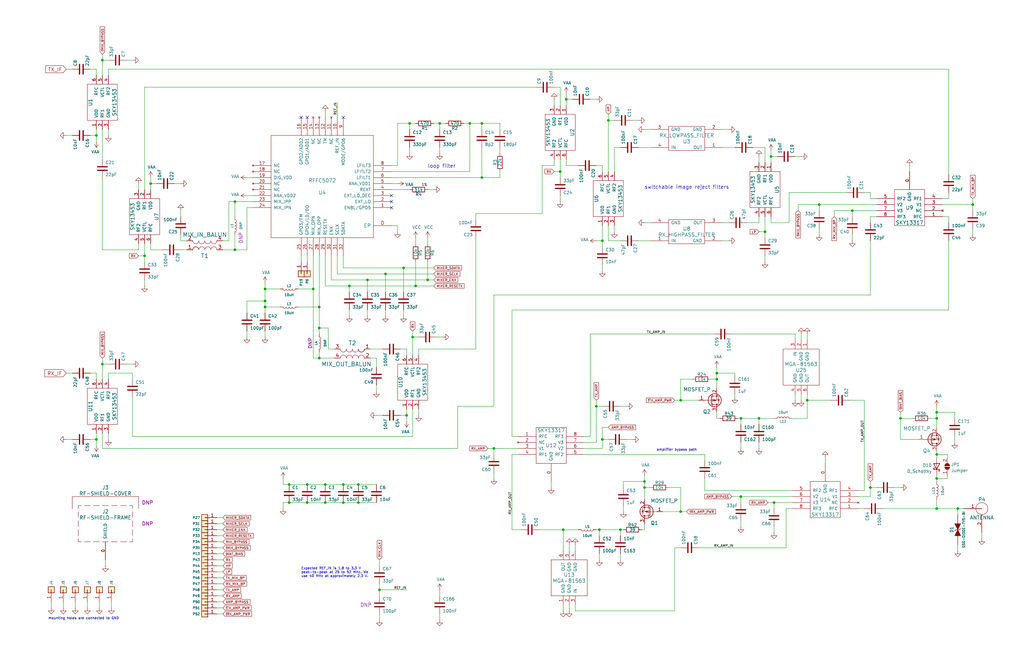
<source format=kicad_sch>
(kicad_sch (version 20211123) (generator eeschema)
  (paper "USLedger")
  (title_block (title "HackRF One") (date "2022-08-29") (rev "r9") (company "Copyright 2012-2022 Great Scott Gadgets") (comment 1 "Michael Ossmann") (comment 2 "Licensed under the CERN-OHL-P v2"))
  (junction (at 111.76 121.92))
  (junction (at 394.97 214.63))
  (junction (at 203.2 74.93))
  (junction (at 261.62 223.52))
  (junction (at 254 101.6))
  (junction (at 137.16 212.09))
  (junction (at 403.86 214.63))
  (junction (at 40.64 57.15))
  (junction (at 99.06 105.41))
  (junction (at 394.97 176.53))
  (junction (at 287.02 215.9))
  (junction (at 302.26 157.48))
  (junction (at 121.92 204.47))
  (junction (at 326.39 212.09))
  (junction (at 151.13 204.47))
  (junction (at 254 185.42))
  (junction (at 160.02 248.92))
  (junction (at 111.76 129.54))
  (junction (at 151.13 212.09))
  (junction (at 394.97 191.77))
  (junction (at 379.73 176.53))
  (junction (at 340.36 168.91))
  (junction (at 171.45 175.26))
  (junction (at 60.96 107.95))
  (junction (at 312.42 209.55))
  (junction (at 238.76 41.91))
  (junction (at 154.94 118.11))
  (junction (at 237.49 223.52))
  (junction (at 320.04 176.53))
  (junction (at 134.62 138.43))
  (junction (at 129.54 212.09))
  (junction (at 271.78 205.74))
  (junction (at 144.78 204.47))
  (junction (at 312.42 176.53))
  (junction (at 367.03 205.74))
  (junction (at 162.56 115.57))
  (junction (at 63.5 77.47))
  (junction (at 137.16 204.47))
  (junction (at 394.97 201.93))
  (junction (at 287.02 168.91))
  (junction (at 256.54 50.8))
  (junction (at 208.28 189.23))
  (junction (at 359.41 88.9))
  (junction (at 147.32 120.65))
  (junction (at 394.97 173.99))
  (junction (at 345.44 86.36))
  (junction (at 144.78 212.09))
  (junction (at 302.26 160.02))
  (junction (at 134.62 129.54))
  (junction (at 180.34 118.11))
  (junction (at 198.12 52.07))
  (junction (at 172.72 52.07))
  (junction (at 252.73 223.52))
  (junction (at 121.92 212.09))
  (junction (at 170.18 113.03))
  (junction (at 111.76 127))
  (junction (at 43.18 153.67))
  (junction (at 175.26 120.65))
  (junction (at 40.64 185.42))
  (junction (at 236.22 72.39))
  (junction (at 185.42 52.07))
  (junction (at 173.99 142.24))
  (junction (at 132.08 121.92))
  (junction (at 325.12 66.04))
  (junction (at 99.06 85.09))
  (junction (at 134.62 151.13))
  (junction (at 322.58 97.79))
  (junction (at 43.18 25.4))
  (junction (at 129.54 204.47))
  (junction (at 251.46 171.45))
  (junction (at 203.2 52.07))
  (junction (at 271.78 203.2))
  (junction (at 410.21 86.36))
  (no_connect (at 165.1 82.55))
  (no_connect (at 165.1 85.09))
  (no_connect (at 165.1 87.63))
  (no_connect (at 129.54 49.53))
  (no_connect (at 127 49.53))
  (no_connect (at 144.78 49.53))
  (wire (pts (xy 186.69 142.24) (xy 184.15 142.24)))
  (wire (pts (xy 129.54 204.47) (xy 137.16 204.47)))
  (wire (pts (xy 400.05 101.6) (xy 400.05 130.81)))
  (wire (pts (xy 139.7 118.11) (xy 154.94 118.11)))
  (wire (pts (xy 55.88 153.67) (xy 53.34 153.67)))
  (wire (pts (xy 173.99 142.24) (xy 173.99 149.86)))
  (wire (pts (xy 304.8 93.98) (xy 307.34 93.98)))
  (wire (pts (xy 27.94 57.15) (xy 30.48 57.15)))
  (wire (pts (xy 269.24 101.6) (xy 274.32 101.6)))
  (wire (pts (xy 383.54 69.85) (xy 383.54 72.39)))
  (wire (pts (xy 46.99 254) (xy 46.99 256.54)))
  (wire (pts (xy 312.42 212.09) (xy 312.42 209.55)))
  (wire (pts (xy 185.42 248.92) (xy 185.42 251.46)))
  (wire (pts (xy 394.97 173.99) (xy 394.97 176.53)))
  (wire (pts (xy 156.21 147.32) (xy 161.29 147.32)))
  (wire (pts (xy 331.47 214.63) (xy 334.01 214.63)))
  (wire (pts (xy 414.02 224.79) (xy 414.02 227.33)))
  (wire (pts (xy 367.03 91.44) (xy 369.57 91.44)))
  (wire (pts (xy 297.18 207.01) (xy 297.18 201.93)))
  (wire (pts (xy 111.76 121.92) (xy 111.76 127)))
  (wire (pts (xy 147.32 123.19) (xy 147.32 120.65)))
  (wire (pts (xy 312.42 176.53) (xy 320.04 176.53)))
  (wire (pts (xy 193.04 171.45) (xy 193.04 189.23)))
  (wire (pts (xy 91.44 231.14) (xy 93.98 231.14)))
  (wire (pts (xy 106.68 74.93) (xy 104.14 74.93)))
  (wire (pts (xy 400.05 130.81) (xy 215.9 130.81)))
  (wire (pts (xy 312.42 209.55) (xy 334.01 209.55)))
  (wire (pts (xy 322.58 68.58) (xy 322.58 62.23)))
  (wire (pts (xy 297.18 194.31) (xy 297.18 191.77)))
  (wire (pts (xy 147.32 133.35) (xy 147.32 130.81)))
  (wire (pts (xy 254 114.3) (xy 254 111.76)))
  (wire (pts (xy 237.49 223.52) (xy 243.84 223.52)))
  (wire (pts (xy 96.52 101.6) (xy 96.52 85.09)))
  (wire (pts (xy 60.96 107.95) (xy 60.96 110.49)))
  (wire (pts (xy 91.44 228.6) (xy 93.98 228.6)))
  (wire (pts (xy 261.62 101.6) (xy 256.54 101.6)))
  (wire (pts (xy 410.21 86.36) (xy 410.21 88.9)))
  (wire (pts (xy 154.94 133.35) (xy 154.94 130.81)))
  (wire (pts (xy 45.72 31.75) (xy 45.72 29.21)))
  (wire (pts (xy 185.42 54.61) (xy 185.42 52.07)))
  (wire (pts (xy 45.72 160.02) (xy 45.72 157.48)))
  (wire (pts (xy 121.92 212.09) (xy 129.54 212.09)))
  (wire (pts (xy 251.46 168.91) (xy 251.46 171.45)))
  (wire (pts (xy 262.89 203.2) (xy 262.89 205.74)))
  (wire (pts (xy 91.44 238.76) (xy 93.98 238.76)))
  (wire (pts (xy 176.53 149.86) (xy 176.53 147.32)))
  (wire (pts (xy 137.16 120.65) (xy 147.32 120.65)))
  (wire (pts (xy 326.39 212.09) (xy 334.01 212.09)))
  (wire (pts (xy 287.02 215.9) (xy 287.02 205.74)))
  (wire (pts (xy 302.26 160.02) (xy 299.72 160.02)))
  (wire (pts (xy 320.04 97.79) (xy 322.58 97.79)))
  (wire (pts (xy 176.53 147.32) (xy 200.66 147.32)))
  (wire (pts (xy 402.59 173.99) (xy 394.97 173.99)))
  (wire (pts (xy 175.26 100.33) (xy 175.26 102.87)))
  (wire (pts (xy 304.8 54.61) (xy 307.34 54.61)))
  (wire (pts (xy 331.47 231.14) (xy 331.47 214.63)))
  (wire (pts (xy 162.56 115.57) (xy 182.88 115.57)))
  (wire (pts (xy 172.72 64.77) (xy 172.72 62.23)))
  (wire (pts (xy 60.96 102.87) (xy 60.96 107.95)))
  (wire (pts (xy 158.75 175.26) (xy 161.29 175.26)))
  (wire (pts (xy 294.64 231.14) (xy 331.47 231.14)))
  (wire (pts (xy 104.14 127) (xy 104.14 132.08)))
  (wire (pts (xy 137.16 120.65) (xy 137.16 107.95)))
  (wire (pts (xy 359.41 101.6) (xy 359.41 99.06)))
  (wire (pts (xy 302.26 160.02) (xy 302.26 163.83)))
  (wire (pts (xy 340.36 176.53) (xy 334.01 176.53)))
  (wire (pts (xy 252.73 223.52) (xy 261.62 223.52)))
  (wire (pts (xy 334.01 207.01) (xy 297.18 207.01)))
  (wire (pts (xy 215.9 223.52) (xy 219.71 223.52)))
  (wire (pts (xy 144.78 212.09) (xy 151.13 212.09)))
  (wire (pts (xy 63.5 105.41) (xy 68.58 105.41)))
  (wire (pts (xy 287.02 160.02) (xy 287.02 168.91)))
  (wire (pts (xy 403.86 214.63) (xy 403.86 217.17)))
  (wire (pts (xy 173.99 184.15) (xy 55.88 184.15)))
  (wire (pts (xy 91.44 254) (xy 93.98 254)))
  (wire (pts (xy 171.45 175.26) (xy 171.45 177.8)))
  (wire (pts (xy 93.98 101.6) (xy 96.52 101.6)))
  (wire (pts (xy 138.43 138.43) (xy 134.62 138.43)))
  (wire (pts (xy 119.38 204.47) (xy 121.92 204.47)))
  (wire (pts (xy 91.44 246.38) (xy 93.98 246.38)))
  (wire (pts (xy 337.82 143.51) (xy 337.82 140.97)))
  (wire (pts (xy 251.46 223.52) (xy 252.73 223.52)))
  (wire (pts (xy 243.84 69.85) (xy 238.76 69.85)))
  (wire (pts (xy 63.5 74.93) (xy 63.5 77.47)))
  (wire (pts (xy 91.44 248.92) (xy 93.98 248.92)))
  (wire (pts (xy 55.88 25.4) (xy 53.34 25.4)))
  (wire (pts (xy 40.64 31.75) (xy 40.64 29.21)))
  (wire (pts (xy 262.89 215.9) (xy 262.89 213.36)))
  (wire (pts (xy 208.28 189.23) (xy 218.44 189.23)))
  (wire (pts (xy 45.72 25.4) (xy 43.18 25.4)))
  (wire (pts (xy 400.05 81.28) (xy 400.05 83.82)))
  (wire (pts (xy 58.42 107.95) (xy 60.96 107.95)))
  (wire (pts (xy 104.14 82.55) (xy 106.68 82.55)))
  (wire (pts (xy 160.02 238.76) (xy 160.02 236.22)))
  (wire (pts (xy 394.97 191.77) (xy 394.97 193.04)))
  (wire (pts (xy 364.49 207.01) (xy 361.95 207.01)))
  (wire (pts (xy 254 69.85) (xy 254 72.39)))
  (wire (pts (xy 142.24 115.57) (xy 162.56 115.57)))
  (wire (pts (xy 198.12 52.07) (xy 203.2 52.07)))
  (wire (pts (xy 162.56 133.35) (xy 162.56 130.81)))
  (wire (pts (xy 254 189.23) (xy 246.38 189.23)))
  (wire (pts (xy 40.64 57.15) (xy 40.64 59.69)))
  (wire (pts (xy 132.08 107.95) (xy 132.08 121.92)))
  (wire (pts (xy 40.64 29.21) (xy 38.1 29.21)))
  (wire (pts (xy 335.28 140.97) (xy 308.61 140.97)))
  (wire (pts (xy 394.97 200.66) (xy 394.97 201.93)))
  (wire (pts (xy 60.96 80.01) (xy 60.96 36.83)))
  (wire (pts (xy 144.78 204.47) (xy 151.13 204.47)))
  (wire (pts (xy 262.89 223.52) (xy 261.62 223.52)))
  (wire (pts (xy 91.44 241.3) (xy 93.98 241.3)))
  (wire (pts (xy 167.64 52.07) (xy 172.72 52.07)))
  (wire (pts (xy 307.34 101.6) (xy 304.8 101.6)))
  (wire (pts (xy 55.88 184.15) (xy 55.88 167.64)))
  (wire (pts (xy 137.16 204.47) (xy 144.78 204.47)))
  (wire (pts (xy 134.62 138.43) (xy 134.62 140.97)))
  (wire (pts (xy 21.59 254) (xy 21.59 256.54)))
  (wire (pts (xy 173.99 139.7) (xy 173.99 142.24)))
  (wire (pts (xy 195.58 52.07) (xy 198.12 52.07)))
  (wire (pts (xy 325.12 63.5) (xy 325.12 66.04)))
  (wire (pts (xy 144.78 113.03) (xy 170.18 113.03)))
  (wire (pts (xy 274.32 62.23) (xy 269.24 62.23)))
  (wire (pts (xy 125.73 121.92) (xy 132.08 121.92)))
  (wire (pts (xy 364.49 81.28) (xy 367.03 81.28)))
  (wire (pts (xy 147.32 120.65) (xy 175.26 120.65)))
  (wire (pts (xy 345.44 86.36) (xy 369.57 86.36)))
  (wire (pts (xy 91.44 233.68) (xy 93.98 233.68)))
  (wire (pts (xy 31.75 254) (xy 31.75 256.54)))
  (wire (pts (xy 91.44 243.84) (xy 93.98 243.84)))
  (wire (pts (xy 167.64 95.25) (xy 167.64 97.79)))
  (wire (pts (xy 203.2 52.07) (xy 210.82 52.07)))
  (wire (pts (xy 284.48 257.81) (xy 242.57 257.81)))
  (wire (pts (xy 91.44 259.08) (xy 93.98 259.08)))
  (wire (pts (xy 180.34 118.11) (xy 180.34 110.49)))
  (wire (pts (xy 351.79 91.44) (xy 351.79 88.9)))
  (wire (pts (xy 210.82 64.77) (xy 210.82 62.23)))
  (wire (pts (xy 246.38 184.15) (xy 248.92 184.15)))
  (wire (pts (xy 111.76 121.92) (xy 118.11 121.92)))
  (wire (pts (xy 99.06 85.09) (xy 106.68 85.09)))
  (wire (pts (xy 132.08 121.92) (xy 132.08 151.13)))
  (wire (pts (xy 379.73 176.53) (xy 379.73 185.42)))
  (wire (pts (xy 322.58 110.49) (xy 322.58 107.95)))
  (wire (pts (xy 111.76 127) (xy 111.76 129.54)))
  (wire (pts (xy 134.62 107.95) (xy 134.62 129.54)))
  (wire (pts (xy 205.74 189.23) (xy 208.28 189.23)))
  (wire (pts (xy 326.39 214.63) (xy 326.39 212.09)))
  (wire (pts (xy 326.39 224.79) (xy 326.39 222.25)))
  (wire (pts (xy 104.14 87.63) (xy 104.14 105.41)))
  (wire (pts (xy 91.44 256.54) (xy 93.98 256.54)))
  (wire (pts (xy 158.75 154.94) (xy 158.75 151.13)))
  (wire (pts (xy 261.62 223.52) (xy 261.62 226.06)))
  (wire (pts (xy 252.73 226.06) (xy 252.73 223.52)))
  (wire (pts (xy 254 101.6) (xy 254 104.14)))
  (wire (pts (xy 233.68 72.39) (xy 236.22 72.39)))
  (wire (pts (xy 254 180.34) (xy 254 185.42)))
  (wire (pts (xy 309.88 158.75) (xy 309.88 157.48)))
  (wire (pts (xy 193.04 189.23) (xy 43.18 189.23)))
  (wire (pts (xy 248.92 140.97) (xy 248.92 184.15)))
  (wire (pts (xy 160.02 248.92) (xy 160.02 251.46)))
  (wire (pts (xy 91.44 236.22) (xy 93.98 236.22)))
  (wire (pts (xy 119.38 204.47) (xy 119.38 201.93)))
  (wire (pts (xy 218.44 184.15) (xy 215.9 184.15)))
  (wire (pts (xy 63.5 102.87) (xy 63.5 105.41)))
  (wire (pts (xy 284.48 168.91) (xy 287.02 168.91)))
  (wire (pts (xy 237.49 232.41) (xy 237.49 223.52)))
  (wire (pts (xy 320.04 176.53) (xy 326.39 176.53)))
  (wire (pts (xy 402.59 186.69) (xy 402.59 184.15)))
  (wire (pts (xy 44.45 236.22) (xy 44.45 238.76)))
  (wire (pts (xy 172.72 80.01) (xy 165.1 80.01)))
  (wire (pts (xy 121.92 204.47) (xy 129.54 204.47)))
  (wire (pts (xy 118.11 129.54) (xy 111.76 129.54)))
  (wire (pts (xy 400.05 29.21) (xy 400.05 73.66)))
  (wire (pts (xy 314.96 93.98) (xy 320.04 93.98)))
  (wire (pts (xy 91.44 220.98) (xy 93.98 220.98)))
  (wire (pts (xy 76.2 77.47) (xy 73.66 77.47)))
  (wire (pts (xy 185.42 259.08) (xy 185.42 261.62)))
  (wire (pts (xy 284.48 257.81) (xy 284.48 231.14)))
  (wire (pts (xy 367.03 203.2) (xy 367.03 205.74)))
  (wire (pts (xy 27.94 29.21) (xy 30.48 29.21)))
  (wire (pts (xy 397.51 91.44) (xy 400.05 91.44)))
  (wire (pts (xy 208.28 171.45) (xy 208.28 124.46)))
  (wire (pts (xy 320.04 189.23) (xy 320.04 186.69)))
  (wire (pts (xy 160.02 246.38) (xy 160.02 248.92)))
  (wire (pts (xy 335.28 143.51) (xy 335.28 140.97)))
  (wire (pts (xy 175.26 120.65) (xy 175.26 110.49)))
  (wire (pts (xy 55.88 157.48) (xy 55.88 160.02)))
  (wire (pts (xy 111.76 129.54) (xy 111.76 132.08)))
  (wire (pts (xy 58.42 105.41) (xy 43.18 105.41)))
  (wire (pts (xy 43.18 151.13) (xy 43.18 153.67)))
  (wire (pts (xy 227.33 223.52) (xy 237.49 223.52)))
  (wire (pts (xy 27.94 157.48) (xy 30.48 157.48)))
  (wire (pts (xy 256.54 185.42) (xy 254 185.42)))
  (wire (pts (xy 111.76 119.38) (xy 111.76 121.92)))
  (wire (pts (xy 237.49 257.81) (xy 237.49 255.27)))
  (wire (pts (xy 251.46 69.85) (xy 254 69.85)))
  (wire (pts (xy 137.16 46.99) (xy 137.16 49.53)))
  (wire (pts (xy 26.67 254) (xy 26.67 256.54)))
  (wire (pts (xy 170.18 133.35) (xy 170.18 130.81)))
  (wire (pts (xy 320.04 66.04) (xy 320.04 68.58)))
  (wire (pts (xy 251.46 186.69) (xy 246.38 186.69)))
  (wire (pts (xy 271.78 223.52) (xy 271.78 220.98)))
  (wire (pts (xy 302.26 157.48) (xy 302.26 160.02)))
  (wire (pts (xy 99.06 91.44) (xy 99.06 85.09)))
  (wire (pts (xy 240.03 229.87) (xy 240.03 232.41)))
  (wire (pts (xy 165.1 72.39) (xy 198.12 72.39)))
  (wire (pts (xy 367.03 83.82) (xy 369.57 83.82)))
  (wire (pts (xy 345.44 99.06) (xy 345.44 96.52)))
  (wire (pts (xy 400.05 91.44) (xy 400.05 93.98)))
  (wire (pts (xy 351.79 88.9) (xy 359.41 88.9)))
  (wire (pts (xy 261.62 236.22) (xy 261.62 233.68)))
  (wire (pts (xy 91.44 223.52) (xy 93.98 223.52)))
  (wire (pts (xy 332.74 81.28) (xy 356.87 81.28)))
  (wire (pts (xy 125.73 129.54) (xy 134.62 129.54)))
  (wire (pts (xy 63.5 77.47) (xy 63.5 80.01)))
  (wire (pts (xy 358.14 168.91) (xy 364.49 168.91)))
  (wire (pts (xy 200.66 147.32) (xy 200.66 100.33)))
  (wire (pts (xy 167.64 77.47) (xy 165.1 77.47)))
  (wire (pts (xy 208.28 191.77) (xy 208.28 189.23)))
  (wire (pts (xy 359.41 88.9) (xy 369.57 88.9)))
  (wire (pts (xy 240.03 257.81) (xy 240.03 255.27)))
  (wire (pts (xy 369.57 205.74) (xy 367.03 205.74)))
  (wire (pts (xy 154.94 123.19) (xy 154.94 118.11)))
  (wire (pts (xy 271.78 205.74) (xy 271.78 210.82)))
  (wire (pts (xy 176.53 175.26) (xy 176.53 172.72)))
  (wire (pts (xy 40.64 182.88) (xy 40.64 185.42)))
  (wire (pts (xy 168.91 175.26) (xy 171.45 175.26)))
  (wire (pts (xy 160.02 248.92) (xy 171.45 248.92)))
  (wire (pts (xy 403.86 214.63) (xy 406.4 214.63)))
  (wire (pts (xy 165.1 74.93) (xy 203.2 74.93)))
  (wire (pts (xy 312.42 176.53) (xy 312.42 179.07)))
  (wire (pts (xy 264.16 171.45) (xy 261.62 171.45)))
  (wire (pts (xy 312.42 189.23) (xy 312.42 186.69)))
  (wire (pts (xy 236.22 44.45) (xy 236.22 36.83)))
  (wire (pts (xy 335.28 166.37) (xy 335.28 168.91)))
  (wire (pts (xy 38.1 57.15) (xy 40.64 57.15)))
  (wire (pts (xy 394.97 191.77) (xy 399.415 191.77)))
  (wire (pts (xy 171.45 147.32) (xy 171.45 149.86)))
  (wire (pts (xy 104.14 142.24) (xy 104.14 139.7)))
  (wire (pts (xy 259.08 50.8) (xy 256.54 50.8)))
  (wire (pts (xy 36.83 254) (xy 36.83 256.54)))
  (wire (pts (xy 43.18 25.4) (xy 43.18 31.75)))
  (wire (pts (xy 45.72 182.88) (xy 45.72 185.42)))
  (wire (pts (xy 43.18 189.23) (xy 43.18 182.88)))
  (wire (pts (xy 228.6 90.17) (xy 228.6 69.85)))
  (wire (pts (xy 76.2 105.41) (xy 78.74 105.41)))
  (wire (pts (xy 271.78 203.2) (xy 271.78 205.74)))
  (wire (pts (xy 170.18 123.19) (xy 170.18 113.03)))
  (wire (pts (xy 165.1 95.25) (xy 167.64 95.25)))
  (wire (pts (xy 402.59 176.53) (xy 402.59 173.99)))
  (wire (pts (xy 309.88 167.64) (xy 309.88 166.37)))
  (wire (pts (xy 394.97 171.45) (xy 394.97 173.99)))
  (wire (pts (xy 410.21 83.82) (xy 410.21 86.36)))
  (wire (pts (xy 119.38 212.09) (xy 121.92 212.09)))
  (wire (pts (xy 397.51 86.36) (xy 410.21 86.36)))
  (wire (pts (xy 367.03 124.46) (xy 367.03 101.6)))
  (wire (pts (xy 361.95 214.63) (xy 364.49 214.63)))
  (wire (pts (xy 119.38 212.09) (xy 119.38 214.63)))
  (wire (pts (xy 139.7 118.11) (xy 139.7 107.95)))
  (wire (pts (xy 236.22 67.31) (xy 236.22 72.39)))
  (wire (pts (xy 367.03 81.28) (xy 367.03 83.82)))
  (wire (pts (xy 302.26 173.99) (xy 302.26 176.53)))
  (wire (pts (xy 91.44 226.06) (xy 93.98 226.06)))
  (wire (pts (xy 320.04 93.98) (xy 320.04 91.44)))
  (wire (pts (xy 336.55 88.9) (xy 336.55 86.36)))
  (wire (pts (xy 203.2 52.07) (xy 203.2 54.61)))
  (wire (pts (xy 287.02 215.9) (xy 289.56 215.9)))
  (wire (pts (xy 312.42 222.25) (xy 312.42 219.71)))
  (wire (pts (xy 350.52 168.91) (xy 340.36 168.91)))
  (wire (pts (xy 266.7 185.42) (xy 264.16 185.42)))
  (wire (pts (xy 228.6 69.85) (xy 233.68 69.85)))
  (wire (pts (xy 60.96 120.65) (xy 60.96 118.11)))
  (wire (pts (xy 91.44 251.46) (xy 93.98 251.46)))
  (wire (pts (xy 198.12 72.39) (xy 198.12 52.07)))
  (wire (pts (xy 345.44 88.9) (xy 345.44 86.36)))
  (wire (pts (xy 236.22 72.39) (xy 236.22 74.93)))
  (wire (pts (xy 236.22 85.09) (xy 236.22 82.55)))
  (wire (pts (xy 359.41 91.44) (xy 359.41 88.9)))
  (wire (pts (xy 332.74 93.98) (xy 325.12 93.98)))
  (wire (pts (xy 297.18 191.77) (xy 246.38 191.77)))
  (wire (pts (xy 154.94 118.11) (xy 180.34 118.11)))
  (wire (pts (xy 41.91 254) (xy 41.91 256.54)))
  (wire (pts (xy 200.66 90.17) (xy 228.6 90.17)))
  (wire (pts (xy 78.74 101.6) (xy 76.2 101.6)))
  (wire (pts (xy 302.26 176.53) (xy 303.53 176.53)))
  (wire (pts (xy 367.03 209.55) (xy 361.95 209.55)))
  (wire (pts (xy 394.97 176.53) (xy 392.43 176.53)))
  (wire (pts (xy 200.66 92.71) (xy 200.66 90.17)))
  (wire (pts (xy 367.03 93.98) (xy 367.03 91.44)))
  (wire (pts (xy 176.53 142.24) (xy 173.99 142.24)))
  (wire (pts (xy 379.73 185.42) (xy 387.35 185.42)))
  (wire (pts (xy 233.68 69.85) (xy 233.68 67.31)))
  (wire (pts (xy 60.96 36.83) (xy 226.06 36.83)))
  (wire (pts (xy 322.58 97.79) (xy 322.58 100.33)))
  (wire (pts (xy 215.9 130.81) (xy 215.9 184.15)))
  (wire (pts (xy 287.02 205.74) (xy 281.94 205.74)))
  (wire (pts (xy 134.62 148.59) (xy 134.62 151.13)))
  (wire (pts (xy 340.36 166.37) (xy 340.36 168.91)))
  (wire (pts (xy 322.58 62.23) (xy 317.5 62.23)))
  (wire (pts (xy 292.1 160.02) (xy 287.02 160.02)))
  (wire (pts (xy 134.62 129.54) (xy 134.62 138.43)))
  (wire (pts (xy 43.18 67.31) (xy 43.18 54.61)))
  (wire (pts (xy 172.72 52.07) (xy 175.26 52.07)))
  (wire (pts (xy 271.78 200.66) (xy 271.78 203.2)))
  (wire (pts (xy 287.02 168.91) (xy 294.64 168.91)))
  (wire (pts (xy 394.97 190.5) (xy 394.97 191.77)))
  (wire (pts (xy 58.42 77.47) (xy 58.42 80.01)))
  (wire (pts (xy 242.57 257.81) (xy 242.57 255.27)))
  (wire (pts (xy 170.18 113.03) (xy 182.88 113.03)))
  (wire (pts (xy 185.42 64.77) (xy 185.42 62.23)))
  (wire (pts (xy 323.85 212.09) (xy 326.39 212.09)))
  (wire (pts (xy 38.1 185.42) (xy 40.64 185.42)))
  (wire (pts (xy 182.88 52.07) (xy 185.42 52.07)))
  (wire (pts (xy 269.24 50.8) (xy 266.7 50.8)))
  (wire (pts (xy 308.61 209.55) (xy 312.42 209.55)))
  (wire (pts (xy 66.04 77.47) (xy 63.5 77.47)))
  (wire (pts (xy 394.97 214.63) (xy 403.86 214.63)))
  (wire (pts (xy 185.42 52.07) (xy 187.96 52.07)))
  (wire (pts (xy 208.28 201.93) (xy 208.28 199.39)))
  (wire (pts (xy 394.97 176.53) (xy 394.97 180.34)))
  (wire (pts (xy 218.44 191.77) (xy 215.9 191.77)))
  (wire (pts (xy 40.64 185.42) (xy 40.64 187.96)))
  (wire (pts (xy 175.26 120.65) (xy 182.88 120.65)))
  (wire (pts (xy 208.28 124.46) (xy 367.03 124.46)))
  (wire (pts (xy 162.56 123.19) (xy 162.56 115.57)))
  (wire (pts (xy 320.04 179.07) (xy 320.04 176.53)))
  (wire (pts (xy 127 107.95) (xy 127 110.49)))
  (wire (pts (xy 38.1 157.48) (xy 40.64 157.48)))
  (wire (pts (xy 340.36 168.91) (xy 340.36 176.53)))
  (wire (pts (xy 138.43 147.32) (xy 140.97 147.32)))
  (wire (pts (xy 364.49 168.91) (xy 364.49 207.01)))
  (wire (pts (xy 76.2 101.6) (xy 76.2 99.06)))
  (wire (pts (xy 106.68 87.63) (xy 104.14 87.63)))
  (wire (pts (xy 379.73 173.99) (xy 379.73 176.53)))
  (wire (pts (xy 302.26 154.94) (xy 302.26 157.48)))
  (wire (pts (xy 399.415 201.93) (xy 399.415 200.66)))
  (wire (pts (xy 129.54 110.49) (xy 129.54 107.95)))
  (wire (pts (xy 394.97 201.93) (xy 394.97 203.2)))
  (wire (pts (xy 137.16 212.09) (xy 144.78 212.09)))
  (wire (pts (xy 91.44 218.44) (xy 93.98 218.44)))
  (wire (pts (xy 256.54 50.8) (xy 256.54 72.39)))
  (wire (pts (xy 271.78 54.61) (xy 274.32 54.61)))
  (wire (pts (xy 215.9 191.77) (xy 215.9 223.52)))
  (wire (pts (xy 312.42 176.53) (xy 311.15 176.53)))
  (wire (pts (xy 134.62 151.13) (xy 140.97 151.13)))
  (wire (pts (xy 43.18 22.86) (xy 43.18 25.4)))
  (wire (pts (xy 27.94 185.42) (xy 30.48 185.42)))
  (wire (pts (xy 337.82 66.04) (xy 335.28 66.04)))
  (wire (pts (xy 279.4 215.9) (xy 287.02 215.9)))
  (wire (pts (xy 203.2 74.93) (xy 210.82 74.93)))
  (wire (pts (xy 309.88 157.48) (xy 302.26 157.48)))
  (wire (pts (xy 76.2 88.9) (xy 76.2 91.44)))
  (wire (pts (xy 251.46 171.45) (xy 251.46 186.69)))
  (wire (pts (xy 259.08 97.79) (xy 259.08 95.25)))
  (wire (pts (xy 43.18 74.93) (xy 43.18 105.41)))
  (wire (pts (xy 325.12 66.04) (xy 325.12 68.58)))
  (wire (pts (xy 142.24 43.18) (xy 142.24 49.53)))
  (wire (pts (xy 158.75 165.1) (xy 158.75 162.56)))
  (wire (pts (xy 236.22 36.83) (xy 233.68 36.83)))
  (wire (pts (xy 394.97 210.82) (xy 394.97 214.63)))
  (wire (pts (xy 180.34 118.11) (xy 182.88 118.11)))
  (wire (pts (xy 394.97 201.93) (xy 399.415 201.93)))
  (wire (pts (xy 340.36 140.97) (xy 340.36 143.51)))
  (wire (pts (xy 384.81 176.53) (xy 379.73 176.53)))
  (wire (pts (xy 337.82 168.91) (xy 337.82 166.37)))
  (wire (pts (xy 158.75 151.13) (xy 156.21 151.13)))
  (wire (pts (xy 327.66 66.04) (xy 325.12 66.04)))
  (wire (pts (xy 332.74 93.98) (xy 332.74 81.28)))
  (wire (pts (xy 271.78 93.98) (xy 274.32 93.98)))
  (wire (pts (xy 111.76 142.24) (xy 111.76 139.7)))
  (wire (pts (xy 167.64 69.85) (xy 167.64 52.07)))
  (wire (pts (xy 254 95.25) (xy 254 101.6)))
  (wire (pts (xy 45.72 157.48) (xy 55.88 157.48)))
  (wire (pts (xy 142.24 115.57) (xy 142.24 107.95)))
  (wire (pts (xy 251.46 41.91) (xy 248.92 41.91)))
  (wire (pts (xy 182.88 80.01) (xy 180.34 80.01)))
  (wire (pts (xy 132.08 151.13) (xy 134.62 151.13)))
  (wire (pts (xy 400.05 83.82) (xy 397.51 83.82)))
  (wire (pts (xy 171.45 172.72) (xy 171.45 175.26)))
  (wire (pts (xy 58.42 102.87) (xy 58.42 105.41)))
  (wire (pts (xy 367.03 205.74) (xy 367.03 209.55)))
  (wire (pts (xy 45.72 153.67) (xy 43.18 153.67)))
  (wire (pts (xy 262.89 203.2) (xy 271.78 203.2)))
  (wire (pts (xy 322.58 91.44) (xy 322.58 97.79)))
  (wire (pts (xy 99.06 105.41) (xy 93.98 105.41)))
  (wire (pts (xy 233.68 41.91) (xy 233.68 44.45)))
  (wire (pts (xy 252.73 236.22) (xy 252.73 233.68)))
  (wire (pts (xy 238.76 41.91) (xy 238.76 44.45)))
  (wire (pts (xy 99.06 99.06) (xy 99.06 105.41)))
  (wire (pts (xy 261.62 62.23) (xy 259.08 62.23)))
  (wire (pts (xy 256.54 101.6) (xy 256.54 95.25)))
  (wire (pts (xy 251.46 101.6) (xy 254 101.6)))
  (wire (pts (xy 347.98 193.04) (xy 347.98 195.58)))
  (wire (pts (xy 172.72 54.61) (xy 172.72 52.07)))
  (wire (pts (xy 379.73 205.74) (xy 377.19 205.74)))
  (wire (pts (xy 40.64 157.48) (xy 40.64 160.02)))
  (wire (pts (xy 210.82 52.07) (xy 210.82 54.61)))
  (wire (pts (xy 168.91 147.32) (xy 171.45 147.32)))
  (wire (pts (xy 284.48 231.14) (xy 287.02 231.14)))
  (wire (pts (xy 173.99 172.72) (xy 173.99 184.15)))
  (wire (pts (xy 259.08 62.23) (xy 259.08 72.39)))
  (wire (pts (xy 270.51 223.52) (xy 271.78 223.52)))
  (wire (pts (xy 144.78 113.03) (xy 144.78 107.95)))
  (wire (pts (xy 403.86 232.41) (xy 403.86 229.87)))
  (wire (pts (xy 203.2 62.23) (xy 203.2 74.93)))
  (wire (pts (xy 45.72 29.21) (xy 400.05 29.21)))
  (wire (pts (xy 372.11 214.63) (xy 394.97 214.63)))
  (wire (pts (xy 300.99 140.97) (xy 248.92 140.97)))
  (wire (pts (xy 254 171.45) (xy 251.46 171.45)))
  (wire (pts (xy 208.28 171.45) (xy 193.04 171.45)))
  (wire (pts (xy 151.13 212.09) (xy 158.75 212.09)))
  (wire (pts (xy 325.12 93.98) (xy 325.12 91.44)))
  (wire (pts (xy 309.88 62.23) (xy 304.8 62.23)))
  (wire (pts (xy 242.57 229.87) (xy 242.57 232.41)))
  (wire (pts (xy 238.76 69.85) (xy 238.76 67.31)))
  (wire (pts (xy 151.13 204.47) (xy 158.75 204.47)))
  (wire (pts (xy 410.21 99.06) (xy 410.21 96.52)))
  (wire (pts (xy 271.78 205.74) (xy 274.32 205.74)))
  (wire (pts (xy 238.76 39.37) (xy 238.76 41.91)))
  (wire (pts (xy 256.54 180.34) (xy 254 180.34)))
  (wire (pts (xy 40.64 54.61) (xy 40.64 57.15)))
  (wire (pts (xy 43.18 153.67) (xy 43.18 160.02)))
  (wire (pts (xy 210.82 74.93) (xy 210.82 72.39)))
  (wire (pts (xy 45.72 57.15) (xy 45.72 54.61)))
  (wire (pts (xy 160.02 261.62) (xy 160.02 259.08)))
  (wire (pts (xy 336.55 86.36) (xy 345.44 86.36)))
  (wire (pts (xy 96.52 85.09) (xy 99.06 85.09)))
  (wire (pts (xy 165.1 69.85) (xy 167.64 69.85)))
  (wire (pts (xy 129.54 212.09) (xy 137.16 212.09)))
  (wire (pts (xy 138.43 147.32) (xy 138.43 138.43)))
  (wire (pts (xy 180.34 100.33) (xy 180.34 102.87)))
  (wire (pts (xy 254 185.42) (xy 254 189.23)))
  (wire (pts (xy 241.3 41.91) (xy 238.76 41.91)))
  (wire (pts (xy 104.14 105.41) (xy 99.06 105.41)))
  (wire (pts (xy 111.76 127) (xy 104.14 127)))
  (wire (pts (xy 256.54 48.26) (xy 256.54 50.8)))
  (wire (pts (xy 399.415 191.77) (xy 399.415 193.04)))
  (wire (pts (xy 232.41 205.74) (xy 232.41 203.2)))
  (text "mounting holes are connected to GND" (at 20.32 261.62 0) (effects (font (size 1.016 1.016)) (justify left bottom)))
  (text "Expected REF_IN is 1.8 to 3.3 V\npeak-to-peak at 25 to 52 MHz. We\nuse 40 MHz at approximately 2.3 V." (at 127 243.84 0) (effects (font (size 1.016 1.016)) (justify left bottom)))
  (text "switchable image reject filters" (at 271.78 80.01 0) (effects (font (size 1.524 1.524)) (justify left bottom)))
  (text "1%" (at 177.8 78.74 0) (effects (font (size 1.016 1.016)) (justify left bottom)))
  (text "amplifier bypass path" (at 276.86 190.5 0) (effects (font (size 1.016 1.016)) (justify left bottom)))
  (text "loop filter" (at 180.34 71.12 0) (effects (font (size 1.524 1.524)) (justify left bottom)))
  (label "TX_AMP_OUT" (at 364.49 186.69 90) (effects (font (size 1.016 1.016))))
  (label "REF_IN" (at 171.45 248.92 180) (effects (font (size 1.016 1.016))))
  (label "TX_AMP_IN" (at 280.67 140.97 180) (effects (font (size 1.016 1.016))))
  (label "REF_IN" (at 142.24 43.18 270) (effects (font (size 1.016 1.016))))
  (label "RX_AMP_OUT" (at 215.9 217.17 90) (effects (font (size 1.016 1.016))))
  (label "RX_AMP_IN" (at 300.99 231.14 0) (effects (font (size 1.016 1.016))))
  (global_label "RX_AMP" (shape input) (at 93.98 251.46 0) (effects (font (size 1.016 1.016))) (property "Intersheet References" "${INTERSHEET_REFS}" (effects hide)))
  (global_label "TX_MIX_BP" (shape input) (at 93.98 243.84 0) (effects (font (size 1.016 1.016))) (property "Intersheet References" "${INTERSHEET_REFS}" (effects hide)))
  (global_label "!TX_AMP_PWR" (shape input) (at 284.48 168.91 180) (effects (font (size 1.016 1.016))) (property "Intersheet References" "${INTERSHEET_REFS}" (effects hide)))
  (global_label "AMP_BYPASS" (shape input) (at 93.98 254 0) (effects (font (size 1.016 1.016))) (property "Intersheet References" "${INTERSHEET_REFS}" (effects hide)))
  (global_label "RX" (shape input) (at 93.98 236.22 0) (effects (font (size 1.016 1.016))) (property "Intersheet References" "${INTERSHEET_REFS}" (effects hide)))
  (global_label "MIXER_SCLK" (shape input) (at 182.88 115.57 0) (effects (font (size 1.016 1.016))) (property "Intersheet References" "${INTERSHEET_REFS}" (effects hide)))
  (global_label "HP" (shape input) (at 93.98 238.76 0) (effects (font (size 1.016 1.016))) (property "Intersheet References" "${INTERSHEET_REFS}" (effects hide)))
  (global_label "RX" (shape input) (at 233.68 72.39 180) (effects (font (size 1.016 1.016))) (property "Intersheet References" "${INTERSHEET_REFS}" (effects hide)))
  (global_label "HP" (shape input) (at 256.54 48.26 90) (effects (font (size 1.016 1.016))) (property "Intersheet References" "${INTERSHEET_REFS}" (effects hide)))
  (global_label "RX_MIX_BP" (shape input) (at 351.79 91.44 270) (effects (font (size 1.016 1.016))) (property "Intersheet References" "${INTERSHEET_REFS}" (effects hide)))
  (global_label "LP" (shape input) (at 320.04 97.79 180) (effects (font (size 1.016 1.016))) (property "Intersheet References" "${INTERSHEET_REFS}" (effects hide)))
  (global_label "!ANT_BIAS" (shape input) (at 93.98 233.68 0) (effects (font (size 1.016 1.016))) (property "Intersheet References" "${INTERSHEET_REFS}" (effects hide)))
  (global_label "TX_IF" (shape input) (at 27.94 29.21 180) (effects (font (size 1.524 1.524))) (property "Intersheet References" "${INTERSHEET_REFS}" (effects hide)))
  (global_label "MIXER_RESETX" (shape input) (at 182.88 120.65 0) (effects (font (size 1.016 1.016))) (property "Intersheet References" "${INTERSHEET_REFS}" (effects hide)))
  (global_label "MIXER_SCLK" (shape input) (at 93.98 220.98 0) (effects (font (size 1.016 1.016))) (property "Intersheet References" "${INTERSHEET_REFS}" (effects hide)))
  (global_label "!MIX_BYPASS" (shape input) (at 336.55 88.9 270) (effects (font (size 1.016 1.016))) (property "Intersheet References" "${INTERSHEET_REFS}" (effects hide)))
  (global_label "AMP_BYPASS" (shape input) (at 256.54 180.34 0) (effects (font (size 1.016 1.016))) (property "Intersheet References" "${INTERSHEET_REFS}" (effects hide)))
  (global_label "MIX_BYPASS" (shape input) (at 93.98 228.6 0) (effects (font (size 1.016 1.016))) (property "Intersheet References" "${INTERSHEET_REFS}" (effects hide)))
  (global_label "RX_AMP" (shape input) (at 205.74 189.23 180) (effects (font (size 1.016 1.016))) (property "Intersheet References" "${INTERSHEET_REFS}" (effects hide)))
  (global_label "RX" (shape input) (at 58.42 107.95 180) (effects (font (size 1.016 1.016))) (property "Intersheet References" "${INTERSHEET_REFS}" (effects hide)))
  (global_label "!RX_AMP_PWR" (shape input) (at 93.98 259.08 0) (effects (font (size 1.016 1.016))) (property "Intersheet References" "${INTERSHEET_REFS}" (effects hide)))
  (global_label "!TX_AMP_PWR" (shape input) (at 93.98 256.54 0) (effects (font (size 1.016 1.016))) (property "Intersheet References" "${INTERSHEET_REFS}" (effects hide)))
  (global_label "MIX_CLK" (shape input) (at 160.02 236.22 90) (effects (font (size 1.016 1.016))) (property "Intersheet References" "${INTERSHEET_REFS}" (effects hide)))
  (global_label "RX_IF" (shape input) (at 27.94 157.48 180) (effects (font (size 1.524 1.524))) (property "Intersheet References" "${INTERSHEET_REFS}" (effects hide)))
  (global_label "TX_AMP" (shape input) (at 251.46 168.91 90) (effects (font (size 1.016 1.016))) (property "Intersheet References" "${INTERSHEET_REFS}" (effects hide)))
  (global_label "MIXER_ENX" (shape input) (at 93.98 223.52 0) (effects (font (size 1.016 1.016))) (property "Intersheet References" "${INTERSHEET_REFS}" (effects hide)))
  (global_label "MIXER_RESETX" (shape input) (at 93.98 226.06 0) (effects (font (size 1.016 1.016))) (property "Intersheet References" "${INTERSHEET_REFS}" (effects hide)))
  (global_label "LP" (shape input) (at 93.98 241.3 0) (effects (font (size 1.016 1.016))) (property "Intersheet References" "${INTERSHEET_REFS}" (effects hide)))
  (global_label "AMP_BYPASS" (shape input) (at 308.61 209.55 180) (effects (font (size 1.016 1.016))) (property "Intersheet References" "${INTERSHEET_REFS}" (effects hide)))
  (global_label "MIX_BYPASS" (shape input) (at 43.18 151.13 90) (effects (font (size 1.016 1.016))) (property "Intersheet References" "${INTERSHEET_REFS}" (effects hide)))
  (global_label "MIXER_SDATA" (shape input) (at 182.88 113.03 0) (effects (font (size 1.016 1.016))) (property "Intersheet References" "${INTERSHEET_REFS}" (effects hide)))
  (global_label "TX_AMP" (shape input) (at 93.98 248.92 0) (effects (font (size 1.016 1.016))) (property "Intersheet References" "${INTERSHEET_REFS}" (effects hide)))
  (global_label "MIXER_SDATA" (shape input) (at 93.98 218.44 0) (effects (font (size 1.016 1.016))) (property "Intersheet References" "${INTERSHEET_REFS}" (effects hide)))
  (global_label "TX_AMP" (shape input) (at 367.03 203.2 90) (effects (font (size 1.016 1.016))) (property "Intersheet References" "${INTERSHEET_REFS}" (effects hide)))
  (global_label "!ANT_BIAS" (shape input) (at 379.73 173.99 90) (effects (font (size 1.016 1.016))) (property "Intersheet References" "${INTERSHEET_REFS}" (effects hide)))
  (global_label "!MIX_BYPASS" (shape input) (at 43.18 22.86 90) (effects (font (size 1.016 1.016))) (property "Intersheet References" "${INTERSHEET_REFS}" (effects hide)))
  (global_label "!MIX_BYPASS" (shape input) (at 93.98 231.14 0) (effects (font (size 1.016 1.016))) (property "Intersheet References" "${INTERSHEET_REFS}" (effects hide)))
  (global_label "!RX_AMP_PWR" (shape input) (at 289.56 215.9 0) (effects (font (size 1.016 1.016))) (property "Intersheet References" "${INTERSHEET_REFS}" (effects hide)))
  (global_label "TX_MIX_BP" (shape input) (at 410.21 83.82 90) (effects (font (size 1.016 1.016))) (property "Intersheet References" "${INTERSHEET_REFS}" (effects hide)))
  (global_label "RX_MIX_BP" (shape input) (at 93.98 246.38 0) (effects (font (size 1.016 1.016))) (property "Intersheet References" "${INTERSHEET_REFS}" (effects hide)))
  (global_label "RX" (shape input) (at 173.99 139.7 90) (effects (font (size 1.016 1.016))) (property "Intersheet References" "${INTERSHEET_REFS}" (effects hide)))
  (global_label "MIXER_ENX" (shape input) (at 182.88 118.11 0) (effects (font (size 1.016 1.016))) (property "Intersheet References" "${INTERSHEET_REFS}" (effects hide)))
  (global_label "RX_AMP" (shape input) (at 323.85 212.09 180) (effects (font (size 1.016 1.016))) (property "Intersheet References" "${INTERSHEET_REFS}" (effects hide)))
  (symbol (lib_id "hackrf:GSG-RF-CONN") (at 414.02 214.63 0) (mirror y) (unit 1)
    (property "Reference" "P4" (at 414.02 210.82 0) (effects (font (size 1.524 1.524))))
    (property "Value" "ANTENNA" (at 414.02 218.44 0) (effects (font (size 1.524 1.524))))
    (property "Footprint" "hackrf:GSG-SMA-73251-2120" (effects hide))
    (property "Manufacturer" "Molex" (effects hide))
    (property "Part Number" "73251-2121" (effects hide))
    (property "Description" "CONN SMA JACK 50 OHM EDGE MNT W/JAM NUT & LOCK WASHER" (effects hide))
  )
  (symbol (lib_id "hackrf:FIL-DEA") (at 289.56 97.79 0) (unit 1)
    (property "Reference" "U8" (at 289.56 96.52 0) (effects (font (size 1.524 1.524))))
    (property "Value" "RX_HIGHPASS_FILTER" (at 289.56 99.06 0) (effects (font (size 1.524 1.524))))
    (property "Footprint" "hackrf:GSG-HP-DEA" (effects hide))
    (property "Manufacturer" "TDK" (effects hide))
    (property "Part Number" "DEA162400HT-8004B1" (effects hide))
    (property "Description" "FILTER HIGHPASS WLAN&BLUETOOTH" (effects hide))
  )
  (symbol (lib_id "hackrf:FIL-LP0603") (at 289.56 58.42 180) (unit 1)
    (property "Reference" "U3" (at 289.56 59.69 0) (effects (font (size 1.524 1.524))))
    (property "Value" "RX_LOWPASS_FILTER" (at 289.56 57.15 0) (effects (font (size 1.524 1.524))))
    (property "Footprint" "hackrf:GSG-LP0603" (effects hide))
    (property "Manufacturer" "AVX" (effects hide))
    (property "Part Number" "LP0603A1880ANTR" (effects hide))
    (property "Description" "FILTER LOW PASS 1880MHZ 0603 SMD" (effects hide))
  )
  (symbol (lib_id "power:GND") (at 158.75 165.1 0) (unit 1)
    (property "Reference" "#PWR079" (effects hide))
    (property "Value" "GND" (effects hide))
  )
  (symbol (lib_id "Device:C") (at 254 107.95 0) (unit 1)
    (property "Reference" "C30" (at 255.27 105.41 0) (effects (justify left)))
    (property "Value" "10nF" (at 255.27 110.49 0) (effects (justify left)))
    (property "Footprint" "hackrf:GSG-0402" (effects hide))
    (property "Manufacturer" "Samsung" (effects hide))
    (property "Part Number" "CL05B103KB5NNNC" (effects hide))
    (property "Description" "CAP CER 10000PF 50V 10% X7R 0402" (effects hide))
  )
  (symbol (lib_id "power:GND") (at 254 114.3 0) (unit 1)
    (property "Reference" "#PWR077" (effects hide))
    (property "Value" "GND" (effects hide))
  )
  (symbol (lib_id "power:GND") (at 307.34 101.6 90) (unit 1)
    (property "Reference" "#PWR076" (effects hide))
    (property "Value" "GND" (effects hide))
  )
  (symbol (lib_id "power:GND") (at 307.34 54.61 90) (unit 1)
    (property "Reference" "#PWR075" (effects hide))
    (property "Value" "GND" (effects hide))
  )
  (symbol (lib_id "power:GND") (at 271.78 54.61 270) (unit 1)
    (property "Reference" "#PWR074" (effects hide))
    (property "Value" "GND" (effects hide))
  )
  (symbol (lib_id "power:GND") (at 271.78 93.98 270) (unit 1)
    (property "Reference" "#PWR073" (effects hide))
    (property "Value" "GND" (effects hide))
  )
  (symbol (lib_id "Device:C") (at 311.15 93.98 90) (unit 1)
    (property "Reference" "C26" (at 308.61 92.71 0) (effects (justify left)))
    (property "Value" "47pF" (at 313.69 92.71 0) (effects (justify left)))
    (property "Footprint" "hackrf:GSG-0402" (effects hide))
    (property "Manufacturer" "Samsung" (effects hide))
    (property "Part Number" "CL05C470JB5NNNC" (effects hide))
    (property "Description" "CAP CER 47PF 50V 5% C0G/NP0 0402" (effects hide))
  )
  (symbol (lib_id "power:GND") (at 414.02 227.33 0) (unit 1)
    (property "Reference" "#PWR072" (effects hide))
    (property "Value" "GND" (effects hide))
  )
  (symbol (lib_id "Device:C") (at 111.76 135.89 0) (unit 1)
    (property "Reference" "C42" (at 113.03 133.35 0) (effects (justify left)))
    (property "Value" "100pF" (at 113.03 138.43 0) (effects (justify left)))
    (property "Footprint" "hackrf:GSG-0402" (effects hide))
    (property "Manufacturer" "Samsung" (effects hide))
    (property "Part Number" "CL05C101JB5NNNC" (effects hide))
    (property "Description" "CAP CER 100PF 50V 5% C0G/NP0 0402" (effects hide))
  )
  (symbol (lib_id "power:GND") (at 111.76 142.24 0) (unit 1)
    (property "Reference" "#PWR071" (effects hide))
    (property "Value" "GND" (effects hide))
  )
  (symbol (lib_id "Device:C") (at 172.72 58.42 0) (unit 1)
    (property "Reference" "C12" (at 173.99 55.88 0) (effects (justify left)))
    (property "Value" "330pF" (at 173.99 60.96 0) (effects (justify left)))
    (property "Footprint" "hackrf:GSG-0402" (effects hide))
    (property "Manufacturer" "Samsung" (effects hide))
    (property "Part Number" "CL05C331JB5NNNC" (effects hide))
    (property "Description" "CAP CER 330PF 50V 5% C0G/NP0 0402" (effects hide))
  )
  (symbol (lib_id "Device:R") (at 179.07 52.07 270) (unit 1)
    (property "Reference" "R1" (at 179.07 54.102 90))
    (property "Value" "470" (at 179.07 52.07 90))
    (property "Footprint" "hackrf:GSG-0402" (effects hide))
    (property "Manufacturer" "Stackpole" (effects hide))
    (property "Part Number" "RMCF0402JT470R" (effects hide))
    (property "Description" "RES TF 1/16W 470 OHM 5% 0402" (effects hide))
  )
  (symbol (lib_id "Device:C") (at 185.42 58.42 0) (unit 1)
    (property "Reference" "C13" (at 186.69 55.88 0) (effects (justify left)))
    (property "Value" "330pF" (at 186.69 60.96 0) (effects (justify left)))
    (property "Footprint" "hackrf:GSG-0402" (effects hide))
    (property "Manufacturer" "Samsung" (effects hide))
    (property "Part Number" "CL05C331JB5NNNC" (effects hide))
    (property "Description" "CAP CER 330PF 50V 5% C0G/NP0 0402" (effects hide))
  )
  (symbol (lib_id "Device:R") (at 191.77 52.07 270) (unit 1)
    (property "Reference" "R2" (at 191.77 54.102 90))
    (property "Value" "470" (at 191.77 52.07 90))
    (property "Footprint" "hackrf:GSG-0402" (effects hide))
    (property "Manufacturer" "Stackpole" (effects hide))
    (property "Part Number" "RMCF0402JT470R" (effects hide))
    (property "Description" "RES TF 1/16W 470 OHM 5% 0402" (effects hide))
  )
  (symbol (lib_id "power:GND") (at 172.72 64.77 0) (unit 1)
    (property "Reference" "#PWR070" (effects hide))
    (property "Value" "GND" (effects hide))
  )
  (symbol (lib_id "power:GND") (at 185.42 64.77 0) (unit 1)
    (property "Reference" "#PWR069" (effects hide))
    (property "Value" "GND" (effects hide))
  )
  (symbol (lib_id "Device:C") (at 203.2 58.42 0) (unit 1)
    (property "Reference" "C14" (at 204.47 55.88 0) (effects (justify left)))
    (property "Value" "8p2" (at 204.47 60.96 0) (effects (justify left)))
    (property "Footprint" "hackrf:GSG-0402" (effects hide))
    (property "Manufacturer" "Yageo" (effects hide))
    (property "Part Number" "CC0402CRNPO9BN8R2" (effects hide))
    (property "Description" "CAP CER 8.2PF 50V ±0.25pF C0G/NPO 0402" (effects hide))
  )
  (symbol (lib_id "Device:C") (at 210.82 58.42 0) (unit 1)
    (property "Reference" "C15" (at 212.09 55.88 0) (effects (justify left)))
    (property "Value" "180pF" (at 212.09 60.96 0) (effects (justify left)))
    (property "Footprint" "hackrf:GSG-0402" (effects hide))
    (property "Manufacturer" "Yageo" (effects hide))
    (property "Part Number" "CC0402JRNPO9BN181" (effects hide))
    (property "Description" "CAP CER 180PF 50V 5% C0G/NPO 0402" (effects hide))
  )
  (symbol (lib_id "Device:R") (at 210.82 68.58 180) (unit 1)
    (property "Reference" "R3" (at 208.788 68.58 90))
    (property "Value" "22k" (at 210.82 68.58 90))
    (property "Footprint" "hackrf:GSG-0402" (effects hide))
    (property "Manufacturer" "Panasonic" (effects hide))
    (property "Part Number" "ERJ-2GEJ223X" (effects hide))
    (property "Description" "RES 22K OHM 1/10W 5% 0402 SMD" (effects hide))
  )
  (symbol (lib_id "Device:C") (at 121.92 208.28 0) (unit 1)
    (property "Reference" "C1" (at 123.19 205.74 0) (effects (justify left)))
    (property "Value" "33pF" (at 123.19 210.82 0) (effects (justify left)))
    (property "Footprint" "hackrf:GSG-0402" (effects hide))
    (property "Manufacturer" "Samsung" (effects hide))
    (property "Part Number" "CL05C330JB5NNNC" (effects hide))
    (property "Description" "CAP CER 33PF 50V 5% C0G/NP0 0402" (effects hide))
  )
  (symbol (lib_id "Device:C") (at 129.54 208.28 0) (unit 1)
    (property "Reference" "C2" (at 130.81 205.74 0) (effects (justify left)))
    (property "Value" "10nF" (at 130.81 210.82 0) (effects (justify left)))
    (property "Footprint" "hackrf:GSG-0402" (effects hide))
    (property "Manufacturer" "Samsung" (effects hide))
    (property "Part Number" "CL05B103KB5NNNC" (effects hide))
    (property "Description" "CAP CER 10000PF 50V 10% X7R 0402" (effects hide))
  )
  (symbol (lib_id "Device:C") (at 144.78 208.28 0) (unit 1)
    (property "Reference" "C4" (at 146.05 205.74 0) (effects (justify left)))
    (property "Value" "10nF" (at 146.05 210.82 0) (effects (justify left)))
    (property "Footprint" "hackrf:GSG-0402" (effects hide))
    (property "Manufacturer" "Samsung" (effects hide))
    (property "Part Number" "CL05B103KB5NNNC" (effects hide))
    (property "Description" "CAP CER 10000PF 50V 10% X7R 0402" (effects hide))
  )
  (symbol (lib_id "Device:C") (at 137.16 208.28 0) (unit 1)
    (property "Reference" "C3" (at 138.43 205.74 0) (effects (justify left)))
    (property "Value" "33pF" (at 138.43 210.82 0) (effects (justify left)))
    (property "Footprint" "hackrf:GSG-0402" (effects hide))
    (property "Manufacturer" "Samsung" (effects hide))
    (property "Part Number" "CL05C330JB5NNNC" (effects hide))
    (property "Description" "CAP CER 33PF 50V 5% C0G/NP0 0402" (effects hide))
  )
  (symbol (lib_id "Device:C") (at 151.13 208.28 0) (unit 1)
    (property "Reference" "C5" (at 152.4 205.74 0) (effects (justify left)))
    (property "Value" "33pF" (at 152.4 210.82 0) (effects (justify left)))
    (property "Footprint" "hackrf:GSG-0402" (effects hide))
    (property "Manufacturer" "Samsung" (effects hide))
    (property "Part Number" "CL05C330JB5NNNC" (effects hide))
    (property "Description" "CAP CER 33PF 50V 5% C0G/NP0 0402" (effects hide))
  )
  (symbol (lib_id "Device:C") (at 158.75 208.28 0) (unit 1)
    (property "Reference" "C6" (at 160.02 205.74 0) (effects (justify left)))
    (property "Value" "10nF" (at 160.02 210.82 0) (effects (justify left)))
    (property "Footprint" "hackrf:GSG-0402" (effects hide))
    (property "Manufacturer" "Samsung" (effects hide))
    (property "Part Number" "CL05B103KB5NNNC" (effects hide))
    (property "Description" "CAP CER 10000PF 50V 10% X7R 0402" (effects hide))
  )
  (symbol (lib_id "power:GND") (at 119.38 214.63 0) (unit 1)
    (property "Reference" "#PWR067" (effects hide))
    (property "Value" "GND" (effects hide))
  )
  (symbol (lib_id "Device:R") (at 176.53 80.01 270) (unit 1)
    (property "Reference" "R4" (at 176.53 82.042 90))
    (property "Value" "51k" (at 176.53 80.01 90))
    (property "Footprint" "hackrf:GSG-0402" (effects hide))
    (property "Manufacturer" "Stackpole" (effects hide))
    (property "Part Number" "RMCF0402FT51K0" (effects hide))
    (property "Description" "RES TF 51K OHM 1% 0.0625W 0402" (effects hide))
  )
  (symbol (lib_id "power:GND") (at 182.88 80.01 90) (unit 1)
    (property "Reference" "#PWR066" (effects hide))
    (property "Value" "GND" (effects hide))
  )
  (symbol (lib_id "power:GND") (at 137.16 46.99 180) (unit 1)
    (property "Reference" "#PWR065" (effects hide))
    (property "Value" "GND" (effects hide))
  )
  (symbol (lib_id "Device:R") (at 175.26 106.68 0) (unit 1)
    (property "Reference" "R5" (at 177.292 106.68 90))
    (property "Value" "10k" (at 175.26 106.68 90))
    (property "Footprint" "hackrf:GSG-0402" (effects hide))
    (property "Manufacturer" "Stackpole" (effects hide))
    (property "Part Number" "RMCF0402JT10K0" (effects hide))
    (property "Description" "RES 10K OHM 1/16W 5% 0402 SMD" (effects hide))
  )
  (symbol (lib_id "Device:C") (at 147.32 127 0) (unit 1)
    (property "Reference" "C34" (at 148.59 124.46 0) (effects (justify left)))
    (property "Value" "33pF" (at 148.59 129.54 0) (effects (justify left)))
    (property "Footprint" "hackrf:GSG-0402" (effects hide))
    (property "Manufacturer" "Samsung" (effects hide))
    (property "Part Number" "CL05C330JB5NNNC" (effects hide))
    (property "Description" "CAP CER 33PF 50V 5% C0G/NP0 0402" (effects hide))
  )
  (symbol (lib_id "Device:C") (at 154.94 127 0) (unit 1)
    (property "Reference" "C35" (at 156.21 124.46 0) (effects (justify left)))
    (property "Value" "33pF" (at 156.21 129.54 0) (effects (justify left)))
    (property "Footprint" "hackrf:GSG-0402" (effects hide))
    (property "Manufacturer" "Samsung" (effects hide))
    (property "Part Number" "CL05C330JB5NNNC" (effects hide))
    (property "Description" "CAP CER 33PF 50V 5% C0G/NP0 0402" (effects hide))
  )
  (symbol (lib_id "Device:C") (at 162.56 127 0) (unit 1)
    (property "Reference" "C36" (at 163.83 124.46 0) (effects (justify left)))
    (property "Value" "33pF" (at 163.83 129.54 0) (effects (justify left)))
    (property "Footprint" "hackrf:GSG-0402" (effects hide))
    (property "Manufacturer" "Samsung" (effects hide))
    (property "Part Number" "CL05C330JB5NNNC" (effects hide))
    (property "Description" "CAP CER 33PF 50V 5% C0G/NP0 0402" (effects hide))
  )
  (symbol (lib_id "Device:C") (at 170.18 127 0) (unit 1)
    (property "Reference" "C37" (at 171.45 124.46 0) (effects (justify left)))
    (property "Value" "33pF" (at 171.45 129.54 0) (effects (justify left)))
    (property "Footprint" "hackrf:GSG-0402" (effects hide))
    (property "Manufacturer" "Samsung" (effects hide))
    (property "Part Number" "CL05C330JB5NNNC" (effects hide))
    (property "Description" "CAP CER 33PF 50V 5% C0G/NP0 0402" (effects hide))
  )
  (symbol (lib_id "power:GND") (at 147.32 133.35 0) (unit 1)
    (property "Reference" "#PWR063" (effects hide))
    (property "Value" "GND" (effects hide))
  )
  (symbol (lib_id "power:GND") (at 154.94 133.35 0) (unit 1)
    (property "Reference" "#PWR062" (effects hide))
    (property "Value" "GND" (effects hide))
  )
  (symbol (lib_id "power:GND") (at 162.56 133.35 0) (unit 1)
    (property "Reference" "#PWR061" (effects hide))
    (property "Value" "GND" (effects hide))
  )
  (symbol (lib_id "power:GND") (at 170.18 133.35 0) (unit 1)
    (property "Reference" "#PWR060" (effects hide))
    (property "Value" "GND" (effects hide))
  )
  (symbol (lib_id "Device:R") (at 180.34 106.68 0) (unit 1)
    (property "Reference" "R6" (at 182.372 106.68 90))
    (property "Value" "10k" (at 180.34 106.68 90))
    (property "Footprint" "hackrf:GSG-0402" (effects hide))
    (property "Manufacturer" "Stackpole" (effects hide))
    (property "Part Number" "RMCF0402JT10K0" (effects hide))
    (property "Description" "RES 10K OHM 1/16W 5% 0402 SMD" (effects hide))
  )
  (symbol (lib_id "power:GND") (at 160.02 261.62 0) (unit 1)
    (property "Reference" "#PWR058" (effects hide))
    (property "Value" "GND" (effects hide))
  )
  (symbol (lib_id "power:GND") (at 403.86 232.41 0) (unit 1)
    (property "Reference" "#PWR057" (effects hide))
    (property "Value" "GND" (effects hide))
  )
  (symbol (lib_id "hackrf:GSG-DIODE-TVS-BI") (at 403.86 223.52 90) (unit 1)
    (property "Reference" "D1" (at 401.32 223.52 0))
    (property "Value" "GSG-DIODE-TVS-BI" (at 406.4 223.52 0) (effects (font (size 1.016 1.016))))
    (property "Footprint" "hackrf:GSG-0402" (effects hide))
    (property "Manufacturer" "Murata" (effects hide))
    (property "Part Number" "LXES15AAA1-100" (effects hide))
    (property "Description" "TVS DIODE ESD .05PF 15KV 0402" (effects hide))
  )
  (symbol (lib_id "power:GND") (at 167.64 97.79 0) (unit 1)
    (property "Reference" "#PWR056" (effects hide))
    (property "Value" "GND" (effects hide))
  )
  (symbol (lib_id "Device:L") (at 134.62 144.78 0) (unit 1)
    (property "Reference" "L4" (at 133.35 144.78 90) (effects (font (size 1.016 1.016))))
    (property "Value" "DNP" (at 137.16 144.78 90) (effects (font (size 1.016 1.016))))
    (property "Footprint" "hackrf:GSG-0402" (effects hide))
    (property "DNP" "DNP" (at 130.81 144.78 90) (effects (font (size 1.524 1.524))))
  )
  (symbol (lib_id "power:GND") (at 104.14 142.24 0) (unit 1)
    (property "Reference" "#PWR055" (effects hide))
    (property "Value" "GND" (effects hide))
  )
  (symbol (lib_id "Device:C") (at 104.14 135.89 0) (unit 1)
    (property "Reference" "C41" (at 105.41 133.35 0) (effects (justify left)))
    (property "Value" "100pF" (at 105.41 138.43 0) (effects (justify left)))
    (property "Footprint" "hackrf:GSG-0402" (effects hide))
    (property "Manufacturer" "Samsung" (effects hide))
    (property "Part Number" "CL05C101JB5NNNC" (effects hide))
    (property "Description" "CAP CER 100PF 50V 5% C0G/NP0 0402" (effects hide))
  )
  (symbol (lib_id "gsg-symbols:SKY13453") (at 256.54 83.82 90) (unit 1)
    (property "Reference" "U6" (at 251.46 83.82 0) (effects (font (size 1.524 1.524))))
    (property "Value" "SKY13453" (at 261.62 83.82 0) (effects (font (size 1.524 1.524))))
    (property "Footprint" "gsg-modules:SKY13350-385LF" (effects hide))
    (property "Manufacturer" "Skyworks" (effects hide))
    (property "Part Number" "SKY13453-385LF" (effects hide))
    (property "Description" "IC RF SWITCH 6GHZ 6QFN" (effects hide))
  )
  (symbol (lib_id "Device:C") (at 265.43 101.6 270) (unit 1)
    (property "Reference" "C27" (at 267.97 102.87 0) (effects (justify left)))
    (property "Value" "47pF" (at 262.89 102.87 0) (effects (justify left)))
    (property "Footprint" "hackrf:GSG-0402" (effects hide))
    (property "Manufacturer" "Samsung" (effects hide))
    (property "Part Number" "CL05C470JB5NNNC" (effects hide))
    (property "Description" "CAP CER 47PF 50V 5% C0G/NP0 0402" (effects hide))
  )
  (symbol (lib_id "hackrf:BALUN-B0310J50100AHF") (at 86.36 102.87 180) (unit 1)
    (property "Reference" "T1" (at 86.36 107.95 0) (effects (font (size 1.778 1.778))))
    (property "Value" "MIX_IN_BALUN" (at 86.36 99.06 0) (effects (font (size 1.778 1.778))))
    (property "Footprint" "hackrf:GSG-B0310J50100AHF" (effects hide))
    (property "Manufacturer" "Anaren" (effects hide))
    (property "Part Number" "B0310J50100AHF" (effects hide))
    (property "Description" "Ultra Low Profile 0805 Balun 50 to 100 ohm Balanced" (effects hide))
  )
  (symbol (lib_id "power:GND") (at 76.2 88.9 180) (unit 1)
    (property "Reference" "#PWR054" (effects hide))
    (property "Value" "GND" (effects hide))
  )
  (symbol (lib_id "hackrf:BALUN-B0310J50100AHF") (at 148.59 149.86 0) (unit 1)
    (property "Reference" "T2" (at 148.59 144.78 0) (effects (font (size 1.778 1.778))))
    (property "Value" "MIX_OUT_BALUN" (at 146.05 153.67 0) (effects (font (size 1.778 1.778))))
    (property "Footprint" "hackrf:GSG-B0310J50100AHF" (effects hide))
    (property "Manufacturer" "Anaren" (effects hide))
    (property "Part Number" "B0310J50100AHF" (effects hide))
    (property "Description" "Ultra Low Profile 0805 Balun 50 to 100 ohm Balanced" (effects hide))
  )
  (symbol (lib_id "gsg-symbols:SKY13453") (at 43.18 171.45 90) (unit 1)
    (property "Reference" "U11" (at 38.1 171.45 0) (effects (font (size 1.524 1.524))))
    (property "Value" "SKY13453" (at 48.26 171.45 0) (effects (font (size 1.524 1.524))))
    (property "Footprint" "gsg-modules:SKY13350-385LF" (effects hide))
    (property "Manufacturer" "Skyworks" (effects hide))
    (property "Part Number" "SKY13453-385LF" (effects hide))
    (property "Description" "IC RF SWITCH 6GHZ 6QFN" (effects hide))
  )
  (symbol (lib_id "power:GND") (at 45.72 185.42 0) (unit 1)
    (property "Reference" "#PWR053" (effects hide))
    (property "Value" "GND" (effects hide))
  )
  (symbol (lib_id "Device:C") (at 55.88 163.83 0) (unit 1)
    (property "Reference" "C51" (at 57.15 161.29 0) (effects (justify left)))
    (property "Value" "22pF" (at 57.15 166.37 0) (effects (justify left)))
    (property "Footprint" "hackrf:GSG-0402" (effects hide))
    (property "Manufacturer" "Samsung" (effects hide))
    (property "Part Number" "CL05C220JB5NNNC" (effects hide))
    (property "Description" "CAP CER 22PF 50V 5% C0G/NP0 0402" (effects hide))
  )
  (symbol (lib_id "Device:C") (at 34.29 157.48 270) (unit 1)
    (property "Reference" "C48" (at 36.83 158.75 0) (effects (justify left)))
    (property "Value" "22pF" (at 31.75 158.75 0) (effects (justify left)))
    (property "Footprint" "hackrf:GSG-0402" (effects hide))
    (property "Manufacturer" "Samsung" (effects hide))
    (property "Part Number" "CL05C220JB5NNNC" (effects hide))
    (property "Description" "CAP CER 22PF 50V 5% C0G/NP0 0402" (effects hide))
  )
  (symbol (lib_id "Device:C") (at 43.18 71.12 0) (unit 1)
    (property "Reference" "C21" (at 44.45 68.58 0) (effects (justify left)))
    (property "Value" "22pF" (at 44.45 73.66 0) (effects (justify left)))
    (property "Footprint" "hackrf:GSG-0402" (effects hide))
    (property "Manufacturer" "Samsung" (effects hide))
    (property "Part Number" "CL05C220JB5NNNC" (effects hide))
    (property "Description" "CAP CER 22PF 50V 5% C0G/NP0 0402" (effects hide))
  )
  (symbol (lib_id "gsg-symbols:SKY13453") (at 43.18 43.18 90) (unit 1)
    (property "Reference" "U1" (at 38.1 43.18 0) (effects (font (size 1.524 1.524))))
    (property "Value" "SKY13453" (at 48.26 43.18 0) (effects (font (size 1.524 1.524))))
    (property "Footprint" "gsg-modules:SKY13350-385LF" (effects hide))
    (property "Manufacturer" "Skyworks" (effects hide))
    (property "Part Number" "SKY13453-385LF" (effects hide))
    (property "Description" "IC RF SWITCH 6GHZ 6QFN" (effects hide))
  )
  (symbol (lib_id "Device:C") (at 34.29 29.21 90) (unit 1)
    (property "Reference" "C8" (at 31.75 27.94 0) (effects (justify left)))
    (property "Value" "22pF" (at 36.83 27.94 0) (effects (justify left)))
    (property "Footprint" "hackrf:GSG-0402" (effects hide))
    (property "Manufacturer" "Samsung" (effects hide))
    (property "Part Number" "CL05C220JB5NNNC" (effects hide))
    (property "Description" "CAP CER 22PF 50V 5% C0G/NP0 0402" (effects hide))
  )
  (symbol (lib_id "power:GND") (at 45.72 57.15 0) (unit 1)
    (property "Reference" "#PWR052" (effects hide))
    (property "Value" "GND" (effects hide))
  )
  (symbol (lib_id "gsg-symbols:SKY13453") (at 322.58 80.01 270) (unit 1)
    (property "Reference" "U5" (at 327.66 80.01 0) (effects (font (size 1.524 1.524))))
    (property "Value" "SKY13453" (at 317.5 80.01 0) (effects (font (size 1.524 1.524))))
    (property "Footprint" "gsg-modules:SKY13350-385LF" (effects hide))
    (property "Manufacturer" "Skyworks" (effects hide))
    (property "Part Number" "SKY13453-385LF" (effects hide))
    (property "Description" "IC RF SWITCH 6GHZ 6QFN" (effects hide))
  )
  (symbol (lib_id "Device:C") (at 400.05 97.79 0) (mirror x) (unit 1)
    (property "Reference" "C44" (at 401.32 100.33 0) (effects (justify left)))
    (property "Value" "100nF" (at 401.32 95.25 0) (effects (justify left)))
    (property "Footprint" "hackrf:GSG-0402" (effects hide))
    (property "Manufacturer" "Samsung" (effects hide))
    (property "Part Number" "CL05A104KA5NNNC" (effects hide))
    (property "Description" "CAP CER 0.1UF 25V X5R 0402" (effects hide))
  )
  (symbol (lib_id "Device:C") (at 313.69 62.23 270) (mirror x) (unit 1)
    (property "Reference" "C18" (at 316.23 60.96 0) (effects (justify left)))
    (property "Value" "100nF" (at 311.15 60.96 0) (effects (justify left)))
    (property "Footprint" "hackrf:GSG-0402" (effects hide))
    (property "Manufacturer" "Samsung" (effects hide))
    (property "Part Number" "CL05A104KA5NNNC" (effects hide))
    (property "Description" "CAP CER 0.1UF 25V X5R 0402" (effects hide))
  )
  (symbol (lib_id "Device:C") (at 265.43 62.23 270) (mirror x) (unit 1)
    (property "Reference" "C17" (at 267.97 60.96 0) (effects (justify left)))
    (property "Value" "100nF" (at 262.89 60.96 0) (effects (justify left)))
    (property "Footprint" "hackrf:GSG-0402" (effects hide))
    (property "Manufacturer" "Samsung" (effects hide))
    (property "Part Number" "CL05A104KA5NNNC" (effects hide))
    (property "Description" "CAP CER 0.1UF 25V X5R 0402" (effects hide))
  )
  (symbol (lib_id "Device:C") (at 247.65 69.85 270) (unit 1)
    (property "Reference" "C20" (at 250.19 71.12 0) (effects (justify left)))
    (property "Value" "100nF" (at 245.11 71.12 0) (effects (justify left)))
    (property "Footprint" "hackrf:GSG-0402" (effects hide))
    (property "Manufacturer" "Samsung" (effects hide))
    (property "Part Number" "CL05A104KA5NNNC" (effects hide))
    (property "Description" "CAP CER 0.1UF 25V X5R 0402" (effects hide))
  )
  (symbol (lib_id "Device:C") (at 262.89 50.8 270) (mirror x) (unit 1)
    (property "Reference" "C11" (at 265.43 49.53 0) (effects (justify left)))
    (property "Value" "33pF" (at 260.35 49.53 0) (effects (justify left)))
    (property "Footprint" "hackrf:GSG-0402" (effects hide))
    (property "Manufacturer" "Samsung" (effects hide))
    (property "Part Number" "CL05C330JB5NNNC" (effects hide))
    (property "Description" "CAP CER 33PF 50V 5% C0G/NP0 0402" (effects hide))
  )
  (symbol (lib_id "power:GND") (at 269.24 50.8 90) (unit 1)
    (property "Reference" "#PWR051" (effects hide))
    (property "Value" "GND" (effects hide))
  )
  (symbol (lib_id "power:GND") (at 27.94 185.42 270) (unit 1)
    (property "Reference" "#PWR050" (effects hide))
    (property "Value" "GND" (effects hide))
  )
  (symbol (lib_id "Device:C") (at 34.29 185.42 270) (unit 1)
    (property "Reference" "C56" (at 36.83 186.69 0) (effects (justify left)))
    (property "Value" "10nF" (at 31.75 186.69 0) (effects (justify left)))
    (property "Footprint" "hackrf:GSG-0402" (effects hide))
    (property "Manufacturer" "Samsung" (effects hide))
    (property "Part Number" "CL05B103KB5NNNC" (effects hide))
    (property "Description" "CAP CER 10000PF 50V 10% X7R 0402" (effects hide))
  )
  (symbol (lib_id "power:GND") (at 55.88 153.67 90) (unit 1)
    (property "Reference" "#PWR049" (effects hide))
    (property "Value" "GND" (effects hide))
  )
  (symbol (lib_id "Device:C") (at 49.53 153.67 270) (mirror x) (unit 1)
    (property "Reference" "C47" (at 52.07 152.4 0) (effects (justify left)))
    (property "Value" "33pF" (at 46.99 152.4 0) (effects (justify left)))
    (property "Footprint" "hackrf:GSG-0402" (effects hide))
    (property "Manufacturer" "Samsung" (effects hide))
    (property "Part Number" "CL05C330JB5NNNC" (effects hide))
    (property "Description" "CAP CER 33PF 50V 5% C0G/NP0 0402" (effects hide))
  )
  (symbol (lib_id "Device:C") (at 49.53 25.4 270) (mirror x) (unit 1)
    (property "Reference" "C7" (at 52.07 24.13 0) (effects (justify left)))
    (property "Value" "33pF" (at 46.99 24.13 0) (effects (justify left)))
    (property "Footprint" "hackrf:GSG-0402" (effects hide))
    (property "Manufacturer" "Samsung" (effects hide))
    (property "Part Number" "CL05C330JB5NNNC" (effects hide))
    (property "Description" "CAP CER 33PF 50V 5% C0G/NP0 0402" (effects hide))
  )
  (symbol (lib_id "power:GND") (at 55.88 25.4 90) (unit 1)
    (property "Reference" "#PWR048" (effects hide))
    (property "Value" "GND" (effects hide))
  )
  (symbol (lib_id "Device:C") (at 34.29 57.15 270) (unit 1)
    (property "Reference" "C16" (at 36.83 58.42 0) (effects (justify left)))
    (property "Value" "10nF" (at 31.75 58.42 0) (effects (justify left)))
    (property "Footprint" "hackrf:GSG-0402" (effects hide))
    (property "Manufacturer" "Samsung" (effects hide))
    (property "Part Number" "CL05B103KB5NNNC" (effects hide))
    (property "Description" "CAP CER 10000PF 50V 10% X7R 0402" (effects hide))
  )
  (symbol (lib_id "power:GND") (at 27.94 57.15 270) (unit 1)
    (property "Reference" "#PWR047" (effects hide))
    (property "Value" "GND" (effects hide))
  )
  (symbol (lib_id "Device:L") (at 99.06 95.25 0) (unit 1)
    (property "Reference" "L1" (at 97.79 95.25 90) (effects (font (size 1.016 1.016))))
    (property "Value" "DNP" (at 101.6 95.25 90) (effects (font (size 1.016 1.016))))
    (property "Footprint" "hackrf:GSG-0402" (effects hide))
    (property "DNP" "DNP" (at 101.6 100.33 90) (effects (font (size 1.524 1.524))))
  )
  (symbol (lib_id "power:GND") (at 76.2 77.47 90) (unit 1)
    (property "Reference" "#PWR046" (effects hide))
    (property "Value" "GND" (effects hide))
  )
  (symbol (lib_id "Device:C") (at 69.85 77.47 270) (mirror x) (unit 1)
    (property "Reference" "C22" (at 72.39 76.2 0) (effects (justify left)))
    (property "Value" "10nF" (at 67.31 76.2 0) (effects (justify left)))
    (property "Footprint" "hackrf:GSG-0402" (effects hide))
    (property "Manufacturer" "Samsung" (effects hide))
    (property "Part Number" "CL05B103KB5NNNC" (effects hide))
    (property "Description" "CAP CER 10000PF 50V 10% X7R 0402" (effects hide))
  )
  (symbol (lib_id "Device:C") (at 72.39 105.41 270) (unit 1)
    (property "Reference" "C28" (at 74.93 106.68 0) (effects (justify left)))
    (property "Value" "100nF" (at 69.85 106.68 0) (effects (justify left)))
    (property "Footprint" "hackrf:GSG-0402" (effects hide))
    (property "Manufacturer" "Samsung" (effects hide))
    (property "Part Number" "CL05A104KA5NNNC" (effects hide))
    (property "Description" "CAP CER 0.1UF 25V X5R 0402" (effects hide))
  )
  (symbol (lib_id "power:GND") (at 58.42 77.47 180) (unit 1)
    (property "Reference" "#PWR045" (effects hide))
    (property "Value" "GND" (effects hide))
  )
  (symbol (lib_id "gsg-symbols:SKY13453") (at 60.96 91.44 270) (unit 1)
    (property "Reference" "U7" (at 66.04 91.44 0) (effects (font (size 1.524 1.524))))
    (property "Value" "SKY13453" (at 55.88 91.44 0) (effects (font (size 1.524 1.524))))
    (property "Footprint" "gsg-modules:SKY13350-385LF" (effects hide))
    (property "Manufacturer" "Skyworks" (effects hide))
    (property "Part Number" "SKY13453-385LF" (effects hide))
    (property "Description" "IC RF SWITCH 6GHZ 6QFN" (effects hide))
  )
  (symbol (lib_id "power:GND") (at 60.96 120.65 0) (unit 1)
    (property "Reference" "#PWR044" (effects hide))
    (property "Value" "GND" (effects hide))
  )
  (symbol (lib_id "Device:C") (at 60.96 114.3 0) (unit 1)
    (property "Reference" "C33" (at 62.23 111.76 0) (effects (justify left)))
    (property "Value" "33pF" (at 62.23 116.84 0) (effects (justify left)))
    (property "Footprint" "hackrf:GSG-0402" (effects hide))
    (property "Manufacturer" "Samsung" (effects hide))
    (property "Part Number" "CL05C330JB5NNNC" (effects hide))
    (property "Description" "CAP CER 33PF 50V 5% C0G/NP0 0402" (effects hide))
  )
  (symbol (lib_id "gsg-symbols:SKY13453") (at 236.22 55.88 270) (unit 1)
    (property "Reference" "U2" (at 241.3 55.88 0) (effects (font (size 1.524 1.524))))
    (property "Value" "SKY13453" (at 231.14 55.88 0) (effects (font (size 1.524 1.524))))
    (property "Footprint" "gsg-modules:SKY13350-385LF" (effects hide))
    (property "Manufacturer" "Skyworks" (effects hide))
    (property "Part Number" "SKY13453-385LF" (effects hide))
    (property "Description" "IC RF SWITCH 6GHZ 6QFN" (effects hide))
  )
  (symbol (lib_id "Device:C") (at 165.1 147.32 270) (unit 1)
    (property "Reference" "C46" (at 167.64 148.59 0) (effects (justify left)))
    (property "Value" "100nF" (at 162.56 148.59 0) (effects (justify left)))
    (property "Footprint" "hackrf:GSG-0402" (effects hide))
    (property "Manufacturer" "Samsung" (effects hide))
    (property "Part Number" "CL05A104KA5NNNC" (effects hide))
    (property "Description" "CAP CER 0.1UF 25V X5R 0402" (effects hide))
  )
  (symbol (lib_id "gsg-symbols:SKY13453") (at 173.99 161.29 90) (unit 1)
    (property "Reference" "U10" (at 168.91 161.29 0) (effects (font (size 1.524 1.524))))
    (property "Value" "SKY13453" (at 179.07 161.29 0) (effects (font (size 1.524 1.524))))
    (property "Footprint" "gsg-modules:SKY13350-385LF" (effects hide))
    (property "Manufacturer" "Skyworks" (effects hide))
    (property "Part Number" "SKY13453-385LF" (effects hide))
    (property "Description" "IC RF SWITCH 6GHZ 6QFN" (effects hide))
  )
  (symbol (lib_id "Device:C") (at 200.66 96.52 180) (unit 1)
    (property "Reference" "C23" (at 199.39 99.06 0) (effects (justify left)))
    (property "Value" "100nF" (at 199.39 93.98 0) (effects (justify left)))
    (property "Footprint" "hackrf:GSG-0402" (effects hide))
    (property "Manufacturer" "Samsung" (effects hide))
    (property "Part Number" "CL05A104KA5NNNC" (effects hide))
    (property "Description" "CAP CER 0.1UF 25V X5R 0402" (effects hide))
  )
  (symbol (lib_id "Device:C") (at 229.87 36.83 90) (unit 1)
    (property "Reference" "C9" (at 227.33 35.56 0) (effects (justify left)))
    (property "Value" "100nF" (at 232.41 35.56 0) (effects (justify left)))
    (property "Footprint" "hackrf:GSG-0402" (effects hide))
    (property "Manufacturer" "Samsung" (effects hide))
    (property "Part Number" "CL05A104KA5NNNC" (effects hide))
    (property "Description" "CAP CER 0.1UF 25V X5R 0402" (effects hide))
  )
  (symbol (lib_id "power:GND") (at 233.68 41.91 180) (unit 1)
    (property "Reference" "#PWR043" (effects hide))
    (property "Value" "GND" (effects hide))
  )
  (symbol (lib_id "power:GND") (at 259.08 97.79 0) (unit 1)
    (property "Reference" "#PWR042" (effects hide))
    (property "Value" "GND" (effects hide))
  )
  (symbol (lib_id "power:GND") (at 320.04 66.04 180) (unit 1)
    (property "Reference" "#PWR041" (effects hide))
    (property "Value" "GND" (effects hide))
  )
  (symbol (lib_id "Device:C") (at 360.68 81.28 270) (mirror x) (unit 1)
    (property "Reference" "C31" (at 363.22 80.01 0) (effects (justify left)))
    (property "Value" "100nF" (at 358.14 80.01 0) (effects (justify left)))
    (property "Footprint" "hackrf:GSG-0402" (effects hide))
    (property "Manufacturer" "Samsung" (effects hide))
    (property "Part Number" "CL05A104KA5NNNC" (effects hide))
    (property "Description" "CAP CER 0.1UF 25V X5R 0402" (effects hide))
  )
  (symbol (lib_id "hackrf:SKY13317") (at 383.54 87.63 180) (unit 1)
    (property "Reference" "U9" (at 383.54 87.63 0) (effects (font (size 1.524 1.524))))
    (property "Value" "SKY13317" (at 383.54 93.98 0) (effects (font (size 1.524 1.524))))
    (property "Footprint" "hackrf:GSG-SKY13317-373LF" (effects hide))
    (property "Manufacturer" "Skyworks" (effects hide))
    (property "Part Number" "SKY13317-373LF" (effects hide))
    (property "Description" "20 MHz-6.0 GHz pHEMT GaAs SP3T Switch" (effects hide))
  )
  (symbol (lib_id "Device:C") (at 400.05 77.47 0) (unit 1)
    (property "Reference" "C32" (at 401.32 74.93 0) (effects (justify left)))
    (property "Value" "22pF" (at 401.32 80.01 0) (effects (justify left)))
    (property "Footprint" "hackrf:GSG-0402" (effects hide))
    (property "Manufacturer" "Samsung" (effects hide))
    (property "Part Number" "CL05C220JB5NNNC" (effects hide))
    (property "Description" "CAP CER 22PF 50V 5% C0G/NP0 0402" (effects hide))
  )
  (symbol (lib_id "Device:C") (at 367.03 97.79 0) (unit 1)
    (property "Reference" "C43" (at 368.3 95.25 0) (effects (justify left)))
    (property "Value" "22pF" (at 368.3 100.33 0) (effects (justify left)))
    (property "Footprint" "hackrf:GSG-0402" (effects hide))
    (property "Manufacturer" "Samsung" (effects hide))
    (property "Part Number" "CL05C220JB5NNNC" (effects hide))
    (property "Description" "CAP CER 22PF 50V 5% C0G/NP0 0402" (effects hide))
  )
  (symbol (lib_id "hackrf:RFFC5072") (at 135.89 78.74 180) (unit 1)
    (property "Reference" "U4" (at 135.89 81.28 0) (effects (font (size 1.524 1.524))))
    (property "Value" "RFFC5072" (at 135.89 76.2 0) (effects (font (size 1.524 1.524))))
    (property "Footprint" "hackrf:GSG-QFN32" (effects hide))
    (property "Manufacturer" "RFMD" (effects hide))
    (property "Part Number" "RFFC5072TR7" (effects hide))
    (property "Description" "WIDEBAND SYNTHESIZER/VCO WITH INTEGRATED 6GHz MIXER" (effects hide))
  )
  (symbol (lib_id "hackrf:SKY13317") (at 232.41 187.96 0) (unit 1)
    (property "Reference" "U12" (at 232.41 187.96 0) (effects (font (size 1.524 1.524))))
    (property "Value" "SKY13317" (at 232.41 181.61 0) (effects (font (size 1.524 1.524))))
    (property "Footprint" "hackrf:GSG-SKY13317-373LF" (effects hide))
    (property "Manufacturer" "Skyworks" (effects hide))
    (property "Part Number" "SKY13317-373LF" (effects hide))
    (property "Description" "20 MHz-6.0 GHz pHEMT GaAs SP3T Switch" (effects hide))
  )
  (symbol (lib_id "hackrf:SKY13317") (at 347.98 210.82 180) (unit 1)
    (property "Reference" "U14" (at 347.98 210.82 0) (effects (font (size 1.524 1.524))))
    (property "Value" "SKY13317" (at 347.98 217.17 0) (effects (font (size 1.524 1.524))))
    (property "Footprint" "hackrf:GSG-SKY13317-373LF" (effects hide))
    (property "Manufacturer" "Skyworks" (effects hide))
    (property "Part Number" "SKY13317-373LF" (effects hide))
    (property "Description" "20 MHz-6.0 GHz pHEMT GaAs SP3T Switch" (effects hide))
  )
  (symbol (lib_id "Device:L") (at 247.65 223.52 270) (unit 1)
    (property "Reference" "L5" (at 247.65 222.25 90) (effects (font (size 1.016 1.016))))
    (property "Value" "10uH" (at 247.65 226.06 90) (effects (font (size 1.016 1.016))))
    (property "Footprint" "hackrf:GSG-0603" (effects hide))
    (property "Manufacturer" "Taiyo Yuden" (effects hide))
    (property "Part Number" "BRL1608T100M" (effects hide))
    (property "Description" "INDUCTR 10UH 220MA 20% 0603 SMD" (effects hide))
  )
  (symbol (lib_id "Device:C") (at 252.73 229.87 0) (unit 1)
    (property "Reference" "C52" (at 254 227.33 0) (effects (justify left)))
    (property "Value" "100pF" (at 254 232.41 0) (effects (justify left)))
    (property "Footprint" "hackrf:GSG-0402" (effects hide))
    (property "Manufacturer" "Samsung" (effects hide))
    (property "Part Number" "CL05C101JB5NNNC" (effects hide))
    (property "Description" "CAP CER 100PF 50V 5% C0G/NP0 0402" (effects hide))
  )
  (symbol (lib_id "Device:C") (at 368.3 214.63 90) (mirror x) (unit 1)
    (property "Reference" "C64" (at 365.76 215.9 0) (effects (justify left)))
    (property "Value" "100nF" (at 370.84 215.9 0) (effects (justify left)))
    (property "Footprint" "hackrf:GSG-0402" (effects hide))
    (property "Manufacturer" "Samsung" (effects hide))
    (property "Part Number" "CL05A104KA5NNNC" (effects hide))
    (property "Description" "CAP CER 0.1UF 25V X5R 0402" (effects hide))
  )
  (symbol (lib_id "power:GND") (at 252.73 236.22 0) (unit 1)
    (property "Reference" "#PWR040" (effects hide))
    (property "Value" "GND" (effects hide))
  )
  (symbol (lib_id "power:GND") (at 261.62 236.22 0) (unit 1)
    (property "Reference" "#PWR039" (effects hide))
    (property "Value" "GND" (effects hide))
  )
  (symbol (lib_id "hackrf:MGA-81563") (at 240.03 243.84 0) (unit 1)
    (property "Reference" "U13" (at 240.03 242.57 0) (effects (font (size 1.524 1.524))))
    (property "Value" "MGA-81563" (at 240.03 245.11 0) (effects (font (size 1.524 1.524))))
    (property "Footprint" "hackrf:GSG-SOT363" (effects hide))
    (property "Manufacturer" "Avago" (effects hide))
    (property "Part Number" "MGA-81563-TR1G" (effects hide))
    (property "Description" "0.1-6 GHz 3 V, 14 dBm Amplifier" (effects hide))
  )
  (symbol (lib_id "power:GND") (at 232.41 205.74 0) (unit 1)
    (property "Reference" "#PWR038" (effects hide))
    (property "Value" "GND" (effects hide))
  )
  (symbol (lib_id "power:GND") (at 383.54 69.85 180) (unit 1)
    (property "Reference" "#PWR037" (effects hide))
    (property "Value" "GND" (effects hide))
  )
  (symbol (lib_id "power:GND") (at 347.98 193.04 180) (unit 1)
    (property "Reference" "#PWR036" (effects hide))
    (property "Value" "GND" (effects hide))
  )
  (symbol (lib_id "Device:C") (at 297.18 198.12 0) (mirror x) (unit 1)
    (property "Reference" "C61" (at 298.45 200.66 0) (effects (justify left)))
    (property "Value" "100nF" (at 298.45 195.58 0) (effects (justify left)))
    (property "Footprint" "hackrf:GSG-0402" (effects hide))
    (property "Manufacturer" "Samsung" (effects hide))
    (property "Part Number" "CL05A104KA5NNNC" (effects hide))
    (property "Description" "CAP CER 0.1UF 25V X5R 0402" (effects hide))
  )
  (symbol (lib_id "Device:Q_PMOS_GSD") (at 274.32 215.9 180) (unit 1)
    (property "Reference" "Q1" (at 274.32 220.726 0) (effects (font (size 1.524 1.524)) (justify right)))
    (property "Value" "MOSFET_P" (at 274.32 211.328 0) (effects (font (size 1.524 1.524)) (justify right)))
    (property "Footprint" "gsg-modules:SOT23-3" (effects hide))
    (property "Manufacturer" "Yangzhou Yangjie" (effects hide))
    (property "Part Number" "YJL2301C" (effects hide))
    (property "Description" "P-CH MOSFET 20V 3.4A SOT-23-3L" (effects hide))
  )
  (symbol (lib_id "Device:C") (at 165.1 175.26 270) (unit 1)
    (property "Reference" "C54" (at 167.64 176.53 0) (effects (justify left)))
    (property "Value" "10nF" (at 162.56 176.53 0) (effects (justify left)))
    (property "Footprint" "hackrf:GSG-0402" (effects hide))
    (property "Manufacturer" "Samsung" (effects hide))
    (property "Part Number" "CL05B103KB5NNNC" (effects hide))
    (property "Description" "CAP CER 10000PF 50V 10% X7R 0402" (effects hide))
  )
  (symbol (lib_id "power:GND") (at 158.75 175.26 270) (unit 1)
    (property "Reference" "#PWR035" (effects hide))
    (property "Value" "GND" (effects hide))
  )
  (symbol (lib_id "Device:C") (at 180.34 142.24 270) (mirror x) (unit 1)
    (property "Reference" "C45" (at 182.88 140.97 0) (effects (justify left)))
    (property "Value" "33pF" (at 177.8 140.97 0) (effects (justify left)))
    (property "Footprint" "hackrf:GSG-0402" (effects hide))
    (property "Manufacturer" "Samsung" (effects hide))
    (property "Part Number" "CL05C330JB5NNNC" (effects hide))
    (property "Description" "CAP CER 33PF 50V 5% C0G/NP0 0402" (effects hide))
  )
  (symbol (lib_id "power:GND") (at 186.69 142.24 90) (unit 1)
    (property "Reference" "#PWR034" (effects hide))
    (property "Value" "GND" (effects hide))
  )
  (symbol (lib_id "Device:C") (at 245.11 41.91 270) (mirror x) (unit 1)
    (property "Reference" "C10" (at 247.65 40.64 0) (effects (justify left)))
    (property "Value" "10nF" (at 242.57 40.64 0) (effects (justify left)))
    (property "Footprint" "hackrf:GSG-0402" (effects hide))
    (property "Manufacturer" "Samsung" (effects hide))
    (property "Part Number" "CL05B103KB5NNNC" (effects hide))
    (property "Description" "CAP CER 10000PF 50V 10% X7R 0402" (effects hide))
  )
  (symbol (lib_id "power:GND") (at 251.46 41.91 90) (unit 1)
    (property "Reference" "#PWR033" (effects hide))
    (property "Value" "GND" (effects hide))
  )
  (symbol (lib_id "Device:C") (at 236.22 78.74 0) (mirror x) (unit 1)
    (property "Reference" "C24" (at 237.49 81.28 0) (effects (justify left)))
    (property "Value" "33pF" (at 237.49 76.2 0) (effects (justify left)))
    (property "Footprint" "hackrf:GSG-0402" (effects hide))
    (property "Manufacturer" "Samsung" (effects hide))
    (property "Part Number" "CL05C330JB5NNNC" (effects hide))
    (property "Description" "CAP CER 33PF 50V 5% C0G/NP0 0402" (effects hide))
  )
  (symbol (lib_id "power:GND") (at 236.22 85.09 0) (unit 1)
    (property "Reference" "#PWR032" (effects hide))
    (property "Value" "GND" (effects hide))
  )
  (symbol (lib_id "Device:C") (at 331.47 66.04 270) (mirror x) (unit 1)
    (property "Reference" "C19" (at 334.01 64.77 0) (effects (justify left)))
    (property "Value" "10nF" (at 328.93 64.77 0) (effects (justify left)))
    (property "Footprint" "hackrf:GSG-0402" (effects hide))
    (property "Manufacturer" "Samsung" (effects hide))
    (property "Part Number" "CL05B103KB5NNNC" (effects hide))
    (property "Description" "CAP CER 10000PF 50V 10% X7R 0402" (effects hide))
  )
  (symbol (lib_id "power:GND") (at 337.82 66.04 90) (unit 1)
    (property "Reference" "#PWR031" (effects hide))
    (property "Value" "GND" (effects hide))
  )
  (symbol (lib_id "power:GND") (at 322.58 110.49 0) (unit 1)
    (property "Reference" "#PWR030" (effects hide))
    (property "Value" "GND" (effects hide))
  )
  (symbol (lib_id "Device:C") (at 322.58 104.14 0) (unit 1)
    (property "Reference" "C29" (at 323.85 101.6 0) (effects (justify left)))
    (property "Value" "33pF" (at 323.85 106.68 0) (effects (justify left)))
    (property "Footprint" "hackrf:GSG-0402" (effects hide))
    (property "Manufacturer" "Samsung" (effects hide))
    (property "Part Number" "CL05C330JB5NNNC" (effects hide))
    (property "Description" "CAP CER 33PF 50V 5% C0G/NP0 0402" (effects hide))
  )
  (symbol (lib_id "power:GND") (at 410.21 99.06 0) (unit 1)
    (property "Reference" "#PWR029" (effects hide))
    (property "Value" "GND" (effects hide))
  )
  (symbol (lib_id "Device:C") (at 410.21 92.71 0) (mirror x) (unit 1)
    (property "Reference" "C39" (at 411.48 95.25 0) (effects (justify left)))
    (property "Value" "33pF" (at 411.48 90.17 0) (effects (justify left)))
    (property "Footprint" "hackrf:GSG-0402" (effects hide))
    (property "Manufacturer" "Samsung" (effects hide))
    (property "Part Number" "CL05C330JB5NNNC" (effects hide))
    (property "Description" "CAP CER 33PF 50V 5% C0G/NP0 0402" (effects hide))
  )
  (symbol (lib_id "Device:C") (at 359.41 95.25 180) (unit 1)
    (property "Reference" "C40" (at 358.14 97.79 0) (effects (justify left)))
    (property "Value" "33pF" (at 358.14 92.71 0) (effects (justify left)))
    (property "Footprint" "hackrf:GSG-0402" (effects hide))
    (property "Manufacturer" "Samsung" (effects hide))
    (property "Part Number" "CL05C330JB5NNNC" (effects hide))
    (property "Description" "CAP CER 33PF 50V 5% C0G/NP0 0402" (effects hide))
  )
  (symbol (lib_id "power:GND") (at 359.41 101.6 0) (unit 1)
    (property "Reference" "#PWR028" (effects hide))
    (property "Value" "GND" (effects hide))
  )
  (symbol (lib_id "power:GND") (at 345.44 99.06 0) (unit 1)
    (property "Reference" "#PWR027" (effects hide))
    (property "Value" "GND" (effects hide))
  )
  (symbol (lib_id "Device:C") (at 345.44 92.71 180) (unit 1)
    (property "Reference" "C38" (at 344.17 95.25 0) (effects (justify left)))
    (property "Value" "33pF" (at 344.17 90.17 0) (effects (justify left)))
    (property "Footprint" "hackrf:GSG-0402" (effects hide))
    (property "Manufacturer" "Samsung" (effects hide))
    (property "Part Number" "CL05C330JB5NNNC" (effects hide))
    (property "Description" "CAP CER 33PF 50V 5% C0G/NP0 0402" (effects hide))
  )
  (symbol (lib_id "Device:C") (at 312.42 215.9 180) (unit 1)
    (property "Reference" "C65" (at 311.15 218.44 0) (effects (justify left)))
    (property "Value" "33pF" (at 311.15 213.36 0) (effects (justify left)))
    (property "Footprint" "hackrf:GSG-0402" (effects hide))
    (property "Manufacturer" "Samsung" (effects hide))
    (property "Part Number" "CL05C330JB5NNNC" (effects hide))
    (property "Description" "CAP CER 33PF 50V 5% C0G/NP0 0402" (effects hide))
  )
  (symbol (lib_id "power:GND") (at 312.42 222.25 0) (unit 1)
    (property "Reference" "#PWR026" (effects hide))
    (property "Value" "GND" (effects hide))
  )
  (symbol (lib_id "power:GND") (at 326.39 224.79 0) (unit 1)
    (property "Reference" "#PWR025" (effects hide))
    (property "Value" "GND" (effects hide))
  )
  (symbol (lib_id "Device:C") (at 326.39 218.44 180) (unit 1)
    (property "Reference" "C66" (at 325.12 220.98 0) (effects (justify left)))
    (property "Value" "33pF" (at 325.12 215.9 0) (effects (justify left)))
    (property "Footprint" "hackrf:GSG-0402" (effects hide))
    (property "Manufacturer" "Samsung" (effects hide))
    (property "Part Number" "CL05C330JB5NNNC" (effects hide))
    (property "Description" "CAP CER 33PF 50V 5% C0G/NP0 0402" (effects hide))
  )
  (symbol (lib_id "Device:C") (at 373.38 205.74 90) (mirror x) (unit 1)
    (property "Reference" "C63" (at 370.84 207.01 0) (effects (justify left)))
    (property "Value" "33pF" (at 375.92 207.01 0) (effects (justify left)))
    (property "Footprint" "hackrf:GSG-0402" (effects hide))
    (property "Manufacturer" "Samsung" (effects hide))
    (property "Part Number" "CL05C330JB5NNNC" (effects hide))
    (property "Description" "CAP CER 33PF 50V 5% C0G/NP0 0402" (effects hide))
  )
  (symbol (lib_id "power:GND") (at 379.73 205.74 90) (unit 1)
    (property "Reference" "#PWR024" (effects hide))
    (property "Value" "GND" (effects hide))
  )
  (symbol (lib_id "Device:C") (at 208.28 195.58 180) (unit 1)
    (property "Reference" "C60" (at 207.01 198.12 0) (effects (justify left)))
    (property "Value" "33pF" (at 207.01 193.04 0) (effects (justify left)))
    (property "Footprint" "hackrf:GSG-0402" (effects hide))
    (property "Manufacturer" "Samsung" (effects hide))
    (property "Part Number" "CL05C330JB5NNNC" (effects hide))
    (property "Description" "CAP CER 33PF 50V 5% C0G/NP0 0402" (effects hide))
  )
  (symbol (lib_id "power:GND") (at 208.28 201.93 0) (unit 1)
    (property "Reference" "#PWR023" (effects hide))
    (property "Value" "GND" (effects hide))
  )
  (symbol (lib_id "power:GND") (at 264.16 171.45 90) (unit 1)
    (property "Reference" "#PWR022" (effects hide))
    (property "Value" "GND" (effects hide))
  )
  (symbol (lib_id "Device:C") (at 257.81 171.45 90) (mirror x) (unit 1)
    (property "Reference" "C55" (at 255.27 172.72 0) (effects (justify left)))
    (property "Value" "33pF" (at 260.35 172.72 0) (effects (justify left)))
    (property "Footprint" "hackrf:GSG-0402" (effects hide))
    (property "Manufacturer" "Samsung" (effects hide))
    (property "Part Number" "CL05C330JB5NNNC" (effects hide))
    (property "Description" "CAP CER 33PF 50V 5% C0G/NP0 0402" (effects hide))
  )
  (symbol (lib_id "Device:C") (at 260.35 185.42 90) (mirror x) (unit 1)
    (property "Reference" "C57" (at 257.81 186.69 0) (effects (justify left)))
    (property "Value" "33pF" (at 262.89 186.69 0) (effects (justify left)))
    (property "Footprint" "hackrf:GSG-0402" (effects hide))
    (property "Manufacturer" "Samsung" (effects hide))
    (property "Part Number" "CL05C330JB5NNNC" (effects hide))
    (property "Description" "CAP CER 33PF 50V 5% C0G/NP0 0402" (effects hide))
  )
  (symbol (lib_id "power:GND") (at 266.7 185.42 90) (unit 1)
    (property "Reference" "#PWR021" (effects hide))
    (property "Value" "GND" (effects hide))
  )
  (symbol (lib_id "power:GND") (at 176.53 175.26 0) (unit 1)
    (property "Reference" "#PWR020" (effects hide))
    (property "Value" "GND" (effects hide))
  )
  (symbol (lib_id "Device:C") (at 76.2 95.25 180) (unit 1)
    (property "Reference" "C25" (at 74.93 97.79 0) (effects (justify left)))
    (property "Value" "100nF" (at 74.93 92.71 0) (effects (justify left)))
    (property "Footprint" "hackrf:GSG-0402" (effects hide))
    (property "Manufacturer" "Samsung" (effects hide))
    (property "Part Number" "CL05A104KA5NNNC" (effects hide))
    (property "Description" "CAP CER 0.1UF 25V X5R 0402" (effects hide))
  )
  (symbol (lib_id "Device:C") (at 158.75 158.75 180) (unit 1)
    (property "Reference" "C49" (at 157.48 161.29 0) (effects (justify left)))
    (property "Value" "100nF" (at 157.48 156.21 0) (effects (justify left)))
    (property "Footprint" "hackrf:GSG-0402" (effects hide))
    (property "Manufacturer" "Samsung" (effects hide))
    (property "Part Number" "CL05A104KA5NNNC" (effects hide))
    (property "Description" "CAP CER 0.1UF 25V X5R 0402" (effects hide))
  )
  (symbol (lib_id "Device:L") (at 121.92 121.92 270) (unit 1)
    (property "Reference" "L2" (at 121.92 120.65 90) (effects (font (size 1.016 1.016))))
    (property "Value" "10uH" (at 121.92 124.46 90) (effects (font (size 1.016 1.016))))
    (property "Footprint" "hackrf:GSG-0603" (effects hide))
    (property "Manufacturer" "Taiyo Yuden" (effects hide))
    (property "Part Number" "BRL1608T100M" (effects hide))
    (property "Description" "INDUCTR 10UH 220MA 20% 0603 SMD" (effects hide))
  )
  (symbol (lib_id "Device:L") (at 121.92 129.54 270) (unit 1)
    (property "Reference" "L3" (at 121.92 128.27 90) (effects (font (size 1.016 1.016))))
    (property "Value" "10uH" (at 121.92 132.08 90) (effects (font (size 1.016 1.016))))
    (property "Footprint" "hackrf:GSG-0603" (effects hide))
    (property "Manufacturer" "Taiyo Yuden" (effects hide))
    (property "Part Number" "BRL1608T100M" (effects hide))
    (property "Description" "INDUCTR 10UH 220MA 20% 0603 SMD" (effects hide))
  )
  (symbol (lib_id "Device:C") (at 261.62 229.87 0) (mirror x) (unit 1)
    (property "Reference" "C163" (at 262.89 232.41 0) (effects (justify left)))
    (property "Value" "10nF" (at 262.89 227.33 0) (effects (justify left)))
    (property "Footprint" "hackrf:GSG-0402" (effects hide))
    (property "Manufacturer" "Samsung" (effects hide))
    (property "Part Number" "CL05B103KB5NNNC" (effects hide))
    (property "Description" "CAP CER 10000PF 50V 10% X7R 0402" (effects hide))
  )
  (symbol (lib_id "Device:C") (at 312.42 182.88 0) (mirror x) (unit 1)
    (property "Reference" "C162" (at 313.69 185.42 0) (effects (justify left)))
    (property "Value" "10nF" (at 313.69 180.34 0) (effects (justify left)))
    (property "Footprint" "hackrf:GSG-0402" (effects hide))
    (property "Manufacturer" "Samsung" (effects hide))
    (property "Part Number" "CL05B103KB5NNNC" (effects hide))
    (property "Description" "CAP CER 10000PF 50V 10% X7R 0402" (effects hide))
  )
  (symbol (lib_id "Device:Q_PMOS_GSD") (at 299.72 168.91 0) (mirror x) (unit 1)
    (property "Reference" "Q2" (at 299.72 173.736 0) (effects (font (size 1.524 1.524)) (justify right)))
    (property "Value" "MOSFET_P" (at 299.72 164.338 0) (effects (font (size 1.524 1.524)) (justify right)))
    (property "Footprint" "gsg-modules:SOT23-3" (effects hide))
    (property "Manufacturer" "Yangzhou Yangjie" (effects hide))
    (property "Part Number" "YJL2301C" (effects hide))
    (property "Description" "P-CH MOSFET 20V 3.4A SOT-23-3L" (effects hide))
  )
  (symbol (lib_id "power:GND") (at 312.42 189.23 0) (unit 1)
    (property "Reference" "#PWR019" (effects hide))
    (property "Value" "GND" (effects hide))
  )
  (symbol (lib_id "power:GND") (at 320.04 189.23 0) (unit 1)
    (property "Reference" "#PWR018" (effects hide))
    (property "Value" "GND" (effects hide))
  )
  (symbol (lib_id "Device:C") (at 309.88 162.56 0) (unit 1)
    (property "Reference" "C161" (at 311.15 160.02 0) (effects (justify left)))
    (property "Value" "1uF" (at 311.15 165.1 0) (effects (justify left)))
    (property "Footprint" "hackrf:GSG-0402" (effects hide))
    (property "Manufacturer" "Samsung" (effects hide))
    (property "Part Number" "CL05A105KP5NNNC" (effects hide))
    (property "Description" "CAP CER 1UF 10V 10% X5R 0402" (effects hide))
  )
  (symbol (lib_id "Device:C") (at 320.04 182.88 0) (unit 1)
    (property "Reference" "C160" (at 321.31 180.34 0) (effects (justify left)))
    (property "Value" "100pF" (at 321.31 185.42 0) (effects (justify left)))
    (property "Footprint" "hackrf:GSG-0402" (effects hide))
    (property "Manufacturer" "Samsung" (effects hide))
    (property "Part Number" "CL05C101JB5NNNC" (effects hide))
    (property "Description" "CAP CER 100PF 50V 5% C0G/NP0 0402" (effects hide))
  )
  (symbol (lib_id "Device:L") (at 330.2 176.53 90) (unit 1)
    (property "Reference" "L12" (at 330.2 177.8 90) (effects (font (size 1.016 1.016))))
    (property "Value" "10uH" (at 330.2 173.99 90) (effects (font (size 1.016 1.016))))
    (property "Footprint" "hackrf:GSG-0603" (effects hide))
    (property "Manufacturer" "Taiyo Yuden" (effects hide))
    (property "Part Number" "BRL1608T100M" (effects hide))
    (property "Description" "INDUCTR 10UH 220MA 20% 0603 SMD" (effects hide))
  )
  (symbol (lib_id "hackrf:MGA-81563") (at 337.82 154.94 180) (unit 1)
    (property "Reference" "U25" (at 337.82 156.21 0) (effects (font (size 1.524 1.524))))
    (property "Value" "MGA-81563" (at 337.82 153.67 0) (effects (font (size 1.524 1.524))))
    (property "Footprint" "hackrf:GSG-SOT363" (effects hide))
    (property "Manufacturer" "Avago" (effects hide))
    (property "Part Number" "MGA-81563-TR1G" (effects hide))
    (property "Description" "0.1-6 GHz 3 V, 14 dBm Amplifier" (effects hide))
  )
  (symbol (lib_id "Device:R") (at 278.13 205.74 90) (unit 1)
    (property "Reference" "R29" (at 278.13 203.708 90))
    (property "Value" "10k" (at 278.13 205.74 90))
    (property "Footprint" "hackrf:GSG-0402" (effects hide))
    (property "Manufacturer" "Stackpole" (effects hide))
    (property "Part Number" "RMCF0402JT10K0" (effects hide))
    (property "Description" "RES 10K OHM 1/16W 5% 0402 SMD" (effects hide))
  )
  (symbol (lib_id "Device:R") (at 295.91 160.02 90) (unit 1)
    (property "Reference" "R24" (at 295.91 157.988 90))
    (property "Value" "10k" (at 295.91 160.02 90))
    (property "Footprint" "hackrf:GSG-0402" (effects hide))
    (property "Manufacturer" "Stackpole" (effects hide))
    (property "Part Number" "RMCF0402JT10K0" (effects hide))
    (property "Description" "RES 10K OHM 1/16W 5% 0402 SMD" (effects hide))
  )
  (symbol (lib_id "power:GND") (at 240.03 229.87 180) (unit 1)
    (property "Reference" "#PWR012" (effects hide))
    (property "Value" "GND" (effects hide))
  )
  (symbol (lib_id "power:GND") (at 242.57 229.87 180) (unit 1)
    (property "Reference" "#PWR011" (effects hide))
    (property "Value" "GND" (effects hide))
  )
  (symbol (lib_id "power:GND") (at 240.03 257.81 0) (unit 1)
    (property "Reference" "#PWR010" (effects hide))
    (property "Value" "GND" (effects hide))
  )
  (symbol (lib_id "power:GND") (at 237.49 257.81 0) (unit 1)
    (property "Reference" "#PWR09" (effects hide))
    (property "Value" "GND" (effects hide))
  )
  (symbol (lib_id "power:GND") (at 262.89 215.9 0) (unit 1)
    (property "Reference" "#PWR08" (effects hide))
    (property "Value" "GND" (effects hide))
  )
  (symbol (lib_id "power:GND") (at 337.82 140.97 180) (unit 1)
    (property "Reference" "#PWR07" (effects hide))
    (property "Value" "GND" (effects hide))
  )
  (symbol (lib_id "power:GND") (at 340.36 140.97 180) (unit 1)
    (property "Reference" "#PWR06" (effects hide))
    (property "Value" "GND" (effects hide))
  )
  (symbol (lib_id "power:GND") (at 309.88 167.64 0) (unit 1)
    (property "Reference" "#PWR05" (effects hide))
    (property "Value" "GND" (effects hide))
  )
  (symbol (lib_id "power:GND") (at 335.28 168.91 0) (unit 1)
    (property "Reference" "#PWR03" (effects hide))
    (property "Value" "GND" (effects hide))
  )
  (symbol (lib_id "power:GND") (at 337.82 168.91 0) (unit 1)
    (property "Reference" "#PWR02" (effects hide))
    (property "Value" "GND" (effects hide))
  )
  (symbol (lib_id "Device:C") (at 262.89 209.55 0) (unit 1)
    (property "Reference" "C53" (at 264.16 207.01 0) (effects (justify left)))
    (property "Value" "1uF" (at 264.16 212.09 0) (effects (justify left)))
    (property "Footprint" "hackrf:GSG-0402" (effects hide))
    (property "Manufacturer" "Samsung" (effects hide))
    (property "Part Number" "CL05A105KP5NNNC" (effects hide))
    (property "Description" "CAP CER 1UF 10V 10% X5R 0402" (effects hide))
  )
  (symbol (lib_id "Connector_Generic:Conn_01x01") (at 129.54 115.57 270) (unit 1)
    (property "Reference" "P6" (at 129.54 117.602 0) (effects (font (size 1.016 1.016)) (justify left)))
    (property "Value" "GPO4" (effects hide))
    (property "Footprint" "hackrf:GSG-TESTPOINT-50MIL" (effects hide))
    (property "DNP" "DNP" (effects hide))
  )
  (symbol (lib_id "hackrf:RF-SHIELD-FRAME") (at 44.45 228.6 0) (unit 1)
    (property "Reference" "J2" (at 44.45 215.9 0) (effects (font (size 1.524 1.524))))
    (property "Value" "RF-SHIELD-FRAME" (at 44.45 218.44 0) (effects (font (size 1.524 1.524))))
    (property "Footprint" "hackrf:GSG-SHIELD-BMI-S-230" (effects hide))
    (property "Manufacturer" "Laird" (effects hide))
    (property "Part Number" "BMI-S-230-F-R" (effects hide))
    (property "Description" "BOARD SHIELD 2INX1.5IN FRAME" (effects hide))
    (property "DNP" "DNP" (at 62.23 220.98 0) (effects (font (size 1.524 1.524))))
  )
  (symbol (lib_id "power:GND") (at 44.45 238.76 0) (unit 1)
    (property "Reference" "#PWR080" (effects hide))
    (property "Value" "GND" (effects hide))
  )
  (symbol (lib_id "hackrf:RF-SHIELD-COVER") (at 44.45 212.09 0) (unit 1)
    (property "Reference" "J3" (at 44.45 205.74 0) (effects (font (size 1.524 1.524))))
    (property "Value" "RF-SHIELD-COVER" (at 44.45 208.28 0) (effects (font (size 1.524 1.524))))
    (property "Footprint" "hackrf:GSG-NULL-MODULE" (effects hide))
    (property "Manufacturer" "Laird" (effects hide))
    (property "Part Number" "BMI-S-230-C" (effects hide))
    (property "Description" "BOARD SHIELD 2INX1.5IN COVER" (effects hide))
    (property "DNP" "DNP" (at 62.23 212.09 0) (effects (font (size 1.524 1.524))))
  )
  (symbol (lib_id "Connector_Generic:Conn_01x01") (at 127 115.57 270) (unit 1)
    (property "Reference" "P19" (at 127 117.602 0) (effects (font (size 1.016 1.016)) (justify left)))
    (property "Value" "GPO3" (effects hide))
    (property "Footprint" "hackrf:GSG-TESTPOINT-50MIL" (effects hide))
    (property "DNP" "DNP" (effects hide))
  )
  (symbol (lib_id "Connector_Generic:Conn_01x01") (at 86.36 233.68 180) (unit 1)
    (property "Reference" "P13" (at 84.328 233.68 0) (effects (font (size 1.016 1.016)) (justify left)))
    (property "Value" "GPO1" (effects hide))
    (property "Footprint" "hackrf:GSG-TESTPOINT-50MIL" (effects hide))
    (property "DNP" "DNP" (effects hide))
  )
  (symbol (lib_id "Connector_Generic:Conn_01x01") (at 86.36 218.44 180) (unit 1)
    (property "Reference" "P27" (at 84.328 218.44 0) (effects (font (size 1.016 1.016)) (justify left)))
    (property "Value" "MIXER_SDATA" (effects hide))
    (property "Footprint" "hackrf:GSG-TESTPOINT-50MIL" (effects hide))
    (property "DNP" "DNP" (effects hide))
  )
  (symbol (lib_id "Connector_Generic:Conn_01x01") (at 86.36 220.98 180) (unit 1)
    (property "Reference" "P31" (at 84.328 220.98 0) (effects (font (size 1.016 1.016)) (justify left)))
    (property "Value" "MIXER_SCLK" (effects hide))
    (property "Footprint" "hackrf:GSG-TESTPOINT-50MIL" (effects hide))
    (property "DNP" "DNP" (effects hide))
  )
  (symbol (lib_id "Connector_Generic:Conn_01x01") (at 86.36 223.52 180) (unit 1)
    (property "Reference" "P32" (at 84.328 223.52 0) (effects (font (size 1.016 1.016)) (justify left)))
    (property "Value" "MIXER_ENX" (effects hide))
    (property "Footprint" "hackrf:GSG-TESTPOINT-50MIL" (effects hide))
    (property "DNP" "DNP" (effects hide))
  )
  (symbol (lib_id "Connector_Generic:Conn_01x01") (at 86.36 226.06 180) (unit 1)
    (property "Reference" "P33" (at 84.328 226.06 0) (effects (font (size 1.016 1.016)) (justify left)))
    (property "Value" "MIXER_RESETX" (effects hide))
    (property "Footprint" "hackrf:GSG-TESTPOINT-50MIL" (effects hide))
    (property "DNP" "DNP" (effects hide))
  )
  (symbol (lib_id "Connector_Generic:Conn_01x01") (at 86.36 228.6 180) (unit 1)
    (property "Reference" "P34" (at 84.328 228.6 0) (effects (font (size 1.016 1.016)) (justify left)))
    (property "Value" "MIX_BYPASS" (effects hide))
    (property "Footprint" "hackrf:GSG-TESTPOINT-50MIL" (effects hide))
    (property "DNP" "DNP" (effects hide))
  )
  (symbol (lib_id "Connector_Generic:Conn_01x01") (at 86.36 231.14 180) (unit 1)
    (property "Reference" "P35" (at 84.328 231.14 0) (effects (font (size 1.016 1.016)) (justify left)))
    (property "Value" "!MIX_BYPASS" (effects hide))
    (property "Footprint" "hackrf:GSG-TESTPOINT-50MIL" (effects hide))
    (property "DNP" "DNP" (effects hide))
  )
  (symbol (lib_id "Connector_Generic:Conn_01x01") (at 86.36 236.22 180) (unit 1)
    (property "Reference" "P43" (at 84.328 236.22 0) (effects (font (size 1.016 1.016)) (justify left)))
    (property "Value" "RX" (effects hide))
    (property "Footprint" "hackrf:GSG-TESTPOINT-50MIL" (effects hide))
    (property "DNP" "DNP" (effects hide))
  )
  (symbol (lib_id "Connector_Generic:Conn_01x01") (at 86.36 238.76 180) (unit 1)
    (property "Reference" "P44" (at 84.328 238.76 0) (effects (font (size 1.016 1.016)) (justify left)))
    (property "Value" "HP" (effects hide))
    (property "Footprint" "hackrf:GSG-TESTPOINT-50MIL" (effects hide))
    (property "DNP" "DNP" (effects hide))
  )
  (symbol (lib_id "Connector_Generic:Conn_01x01") (at 86.36 241.3 180) (unit 1)
    (property "Reference" "P45" (at 84.328 241.3 0) (effects (font (size 1.016 1.016)) (justify left)))
    (property "Value" "LP" (effects hide))
    (property "Footprint" "hackrf:GSG-TESTPOINT-50MIL" (effects hide))
    (property "DNP" "DNP" (effects hide))
  )
  (symbol (lib_id "Connector_Generic:Conn_01x01") (at 86.36 243.84 180) (unit 1)
    (property "Reference" "P46" (at 84.328 243.84 0) (effects (font (size 1.016 1.016)) (justify left)))
    (property "Value" "TX_MIX_BP" (effects hide))
    (property "Footprint" "hackrf:GSG-TESTPOINT-50MIL" (effects hide))
    (property "DNP" "DNP" (effects hide))
  )
  (symbol (lib_id "Connector_Generic:Conn_01x01") (at 86.36 246.38 180) (unit 1)
    (property "Reference" "P47" (at 84.328 246.38 0) (effects (font (size 1.016 1.016)) (justify left)))
    (property "Value" "RX_MIX_BP" (effects hide))
    (property "Footprint" "hackrf:GSG-TESTPOINT-50MIL" (effects hide))
    (property "DNP" "DNP" (effects hide))
  )
  (symbol (lib_id "Connector_Generic:Conn_01x01") (at 86.36 248.92 180) (unit 1)
    (property "Reference" "P48" (at 84.328 248.92 0) (effects (font (size 1.016 1.016)) (justify left)))
    (property "Value" "TX_AMP" (effects hide))
    (property "Footprint" "hackrf:GSG-TESTPOINT-50MIL" (effects hide))
    (property "DNP" "DNP" (effects hide))
  )
  (symbol (lib_id "Connector_Generic:Conn_01x01") (at 86.36 251.46 180) (unit 1)
    (property "Reference" "P49" (at 84.328 251.46 0) (effects (font (size 1.016 1.016)) (justify left)))
    (property "Value" "RX_AMP" (effects hide))
    (property "Footprint" "hackrf:GSG-TESTPOINT-50MIL" (effects hide))
    (property "DNP" "DNP" (effects hide))
  )
  (symbol (lib_id "Connector_Generic:Conn_01x01") (at 86.36 254 180) (unit 1)
    (property "Reference" "P50" (at 84.328 254 0) (effects (font (size 1.016 1.016)) (justify left)))
    (property "Value" "AMP_BYPASS" (effects hide))
    (property "Footprint" "hackrf:GSG-TESTPOINT-50MIL" (effects hide))
    (property "DNP" "DNP" (effects hide))
  )
  (symbol (lib_id "Connector_Generic:Conn_01x01") (at 86.36 256.54 180) (unit 1)
    (property "Reference" "P51" (at 84.328 256.54 0) (effects (font (size 1.016 1.016)) (justify left)))
    (property "Value" "!TX_AMP_PWR" (effects hide))
    (property "Footprint" "hackrf:GSG-TESTPOINT-50MIL" (effects hide))
    (property "DNP" "DNP" (effects hide))
  )
  (symbol (lib_id "Connector_Generic:Conn_01x01") (at 86.36 259.08 180) (unit 1)
    (property "Reference" "P52" (at 84.328 259.08 0) (effects (font (size 1.016 1.016)) (justify left)))
    (property "Value" "!RX_AMP_PWR" (effects hide))
    (property "Footprint" "hackrf:GSG-TESTPOINT-50MIL" (effects hide))
    (property "DNP" "DNP" (effects hide))
  )
  (symbol (lib_id "Device:C") (at 185.42 255.27 0) (unit 1)
    (property "Reference" "C166" (at 186.69 252.73 0) (effects (justify left)))
    (property "Value" "100nF" (at 186.69 257.81 0) (effects (justify left)))
    (property "Footprint" "hackrf:GSG-0402" (effects hide))
    (property "Manufacturer" "Samsung" (effects hide))
    (property "Part Number" "CL05A104KA5NNNC" (effects hide))
    (property "Description" "CAP CER 0.1UF 25V X5R 0402" (effects hide))
  )
  (symbol (lib_id "power:GND") (at 185.42 261.62 0) (unit 1)
    (property "Reference" "#PWR081" (effects hide))
    (property "Value" "GND" (effects hide))
  )
  (symbol (lib_id "Device:C") (at 290.83 231.14 270) (mirror x) (unit 1)
    (property "Reference" "C58" (at 293.37 229.87 0) (effects (justify left)))
    (property "Value" "100nF" (at 288.29 229.87 0) (effects (justify left)))
    (property "Footprint" "hackrf:GSG-0402" (effects hide))
    (property "Manufacturer" "Samsung" (effects hide))
    (property "Part Number" "CL05A104KA5NNNC" (effects hide))
    (property "Description" "CAP CER 0.1UF 25V X5R 0402" (effects hide))
  )
  (symbol (lib_id "Device:C") (at 223.52 223.52 270) (mirror x) (unit 1)
    (property "Reference" "C50" (at 226.06 222.25 0) (effects (justify left)))
    (property "Value" "100nF" (at 220.98 222.25 0) (effects (justify left)))
    (property "Footprint" "hackrf:GSG-0402" (effects hide))
    (property "Manufacturer" "Samsung" (effects hide))
    (property "Part Number" "CL05A104KA5NNNC" (effects hide))
    (property "Description" "CAP CER 0.1UF 25V X5R 0402" (effects hide))
  )
  (symbol (lib_id "Device:C") (at 304.8 140.97 90) (mirror x) (unit 1)
    (property "Reference" "C59" (at 302.26 142.24 0) (effects (justify left)))
    (property "Value" "100nF" (at 307.34 142.24 0) (effects (justify left)))
    (property "Footprint" "hackrf:GSG-0402" (effects hide))
    (property "Manufacturer" "Samsung" (effects hide))
    (property "Part Number" "CL05A104KA5NNNC" (effects hide))
    (property "Description" "CAP CER 0.1UF 25V X5R 0402" (effects hide))
  )
  (symbol (lib_id "Device:C") (at 354.33 168.91 270) (mirror x) (unit 1)
    (property "Reference" "C62" (at 356.87 167.64 0) (effects (justify left)))
    (property "Value" "100nF" (at 351.79 167.64 0) (effects (justify left)))
    (property "Footprint" "hackrf:GSG-0402" (effects hide))
    (property "Manufacturer" "Samsung" (effects hide))
    (property "Part Number" "CL05A104KA5NNNC" (effects hide))
    (property "Description" "CAP CER 0.1UF 25V X5R 0402" (effects hide))
  )
  (symbol (lib_id "Connector_Generic:Conn_01x01") (at 21.59 248.92 90) (unit 1)
    (property "Reference" "J4" (at 21.59 246.888 0) (effects (font (size 1.016 1.016)) (justify left)))
    (property "Value" "MOUNTING_HOLE" (effects hide))
    (property "Footprint" "hackrf:GSG-HOLE126MIL-COPPER" (effects hide))
    (property "DNP" "DNP" (effects hide))
  )
  (symbol (lib_id "power:GND") (at 21.59 256.54 0) (unit 1)
    (property "Reference" "#PWR083" (effects hide))
    (property "Value" "GND" (effects hide))
  )
  (symbol (lib_id "Connector_Generic:Conn_01x01") (at 26.67 248.92 90) (unit 1)
    (property "Reference" "J5" (at 26.67 246.888 0) (effects (font (size 1.016 1.016)) (justify left)))
    (property "Value" "MOUNTING_HOLE" (effects hide))
    (property "Footprint" "hackrf:GSG-HOLE126MIL-COPPER" (effects hide))
    (property "DNP" "DNP" (effects hide))
  )
  (symbol (lib_id "power:GND") (at 26.67 256.54 0) (unit 1)
    (property "Reference" "#PWR084" (effects hide))
    (property "Value" "GND" (effects hide))
  )
  (symbol (lib_id "Connector_Generic:Conn_01x01") (at 31.75 248.92 90) (unit 1)
    (property "Reference" "J6" (at 31.75 246.888 0) (effects (font (size 1.016 1.016)) (justify left)))
    (property "Value" "MOUNTING_HOLE" (effects hide))
    (property "Footprint" "hackrf:GSG-HOLE126MIL-COPPER" (effects hide))
    (property "DNP" "DNP" (effects hide))
  )
  (symbol (lib_id "power:GND") (at 31.75 256.54 0) (unit 1)
    (property "Reference" "#PWR085" (effects hide))
    (property "Value" "GND" (effects hide))
  )
  (symbol (lib_id "Connector_Generic:Conn_01x01") (at 36.83 248.92 90) (unit 1)
    (property "Reference" "J7" (at 36.83 246.888 0) (effects (font (size 1.016 1.016)) (justify left)))
    (property "Value" "MOUNTING_HOLE" (effects hide))
    (property "Footprint" "hackrf:GSG-HOLE126MIL-COPPER" (effects hide))
    (property "DNP" "DNP" (effects hide))
  )
  (symbol (lib_id "power:GND") (at 36.83 256.54 0) (unit 1)
    (property "Reference" "#PWR086" (effects hide))
    (property "Value" "GND" (effects hide))
  )
  (symbol (lib_id "Connector_Generic:Conn_01x01") (at 41.91 248.92 90) (unit 1)
    (property "Reference" "J8" (at 41.91 246.888 0) (effects (font (size 1.016 1.016)) (justify left)))
    (property "Value" "MOUNTING_HOLE" (effects hide))
    (property "Footprint" "hackrf:GSG-HOLE126MIL-COPPER" (effects hide))
    (property "DNP" "DNP" (effects hide))
  )
  (symbol (lib_id "power:GND") (at 41.91 256.54 0) (unit 1)
    (property "Reference" "#PWR087" (effects hide))
    (property "Value" "GND" (effects hide))
  )
  (symbol (lib_id "Connector_Generic:Conn_01x01") (at 46.99 248.92 90) (unit 1)
    (property "Reference" "J9" (at 46.99 246.888 0) (effects (font (size 1.016 1.016)) (justify left)))
    (property "Value" "MOUNTING_HOLE" (effects hide))
    (property "Footprint" "hackrf:GSG-HOLE126MIL-COPPER" (effects hide))
    (property "DNP" "DNP" (effects hide))
  )
  (symbol (lib_id "power:GND") (at 46.99 256.54 0) (unit 1)
    (property "Reference" "#PWR088" (effects hide))
    (property "Value" "GND" (effects hide))
  )
  (symbol (lib_id "Device:C") (at 160.02 242.57 0) (unit 1)
    (property "Reference" "C67" (at 161.29 240.03 0) (effects (justify left)))
    (property "Value" "33pF" (at 161.29 245.11 0) (effects (justify left)))
    (property "Footprint" "hackrf:GSG-0402" (effects hide))
    (property "Manufacturer" "Samsung" (effects hide))
    (property "Part Number" "CL05C330JB5NNNC" (effects hide))
    (property "Description" "CAP CER 33PF 50V 5% C0G/NP0 0402" (effects hide))
  )
  (symbol (lib_id "Device:C") (at 160.02 255.27 0) (unit 1)
    (property "Reference" "C70" (at 161.29 252.73 0) (effects (justify left)))
    (property "Value" "100pF" (at 161.29 257.81 0) (effects (justify left)))
    (property "Footprint" "hackrf:GSG-0402" (effects hide))
    (property "Manufacturer" "Samsung" (effects hide))
    (property "Part Number" "CL05C101JB5NNNC" (effects hide))
    (property "Description" "CAP CER 100PF 50V 5% C0G/NP0 0402" (effects hide))
    (property "DNP" "DNP" (at 154.305 255.27 0) (effects (font (size 1.524 1.524))))
  )
  (symbol (lib_id "power:GND") (at 402.59 186.69 0) (unit 1)
    (property "Reference" "#PWR091" (effects hide))
    (property "Value" "GND" (effects hide))
  )
  (symbol (lib_id "Device:R") (at 388.62 176.53 90) (unit 1)
    (property "Reference" "R36" (at 388.62 174.498 90))
    (property "Value" "10k" (at 388.62 176.53 90))
    (property "Footprint" "hackrf:GSG-0402" (effects hide))
    (property "Manufacturer" "Stackpole" (effects hide))
    (property "Part Number" "RMCF0402JT10K0" (effects hide))
    (property "Description" "RES 10K OHM 1/16W 5% 0402 SMD" (effects hide))
  )
  (symbol (lib_id "Device:L") (at 394.97 207.01 0) (unit 1)
    (property "Reference" "L13" (at 393.7 207.01 90) (effects (font (size 1.016 1.016))))
    (property "Value" "10uH" (at 397.51 207.01 90) (effects (font (size 1.016 1.016))))
    (property "Footprint" "hackrf:GSG-0603" (effects hide))
    (property "Manufacturer" "Taiyo Yuden" (effects hide))
    (property "Part Number" "BRL1608T100M" (effects hide))
    (property "Description" "INDUCTR 10UH 220MA 20% 0603 SMD" (effects hide))
  )
  (symbol (lib_id "Device:C") (at 402.59 180.34 0) (unit 1)
    (property "Reference" "C171" (at 403.86 177.8 0) (effects (justify left)))
    (property "Value" "1uF" (at 403.86 182.88 0) (effects (justify left)))
    (property "Footprint" "hackrf:GSG-0402" (effects hide))
    (property "Manufacturer" "Samsung" (effects hide))
    (property "Part Number" "CL05A105KP5NNNC" (effects hide))
    (property "Description" "CAP CER 1UF 10V 10% X5R 0402" (effects hide))
  )
  (symbol (lib_id "Device:Q_PMOS_GSD") (at 392.43 185.42 0) (mirror x) (unit 1)
    (property "Reference" "Q4" (at 392.43 190.246 0) (effects (font (size 1.524 1.524)) (justify right)))
    (property "Value" "MOSFET_P" (at 392.43 180.848 0) (effects (font (size 1.524 1.524)) (justify right)))
    (property "Footprint" "gsg-modules:SOT23-3" (effects hide))
    (property "Manufacturer" "Yangzhou Yangjie" (effects hide))
    (property "Part Number" "YJL2301C" (effects hide))
    (property "Description" "P-CH MOSFET 20V 3.4A SOT-23-3L" (effects hide))
  )
  (symbol (lib_id "power:VAA") (at 40.64 59.69 180) (unit 1)
    (property "Reference" "#PWR0101" (effects hide))
    (property "Value" "VAA" (at 40.1828 64.0842 0))
  )
  (symbol (lib_id "power:VAA") (at 104.14 82.55 90) (unit 1)
    (property "Reference" "#PWR0103" (effects hide))
    (property "Value" "VAA" (at 100.9142 82.0928 90) (effects (justify left)))
  )
  (symbol (lib_id "power:VAA") (at 111.76 119.38 0) (unit 1)
    (property "Reference" "#PWR0104" (effects hide))
    (property "Value" "VAA" (at 112.1918 114.9858 0))
  )
  (symbol (lib_id "power:VAA") (at 167.64 77.47 270) (unit 1)
    (property "Reference" "#PWR0105" (effects hide))
    (property "Value" "VAA" (at 170.8912 77.9018 90) (effects (justify left)))
  )
  (symbol (lib_id "power:VCC") (at 175.26 100.33 0) (unit 1)
    (property "Reference" "#PWR0106" (effects hide))
    (property "Value" "VCC" (at 175.6918 95.9358 0))
  )
  (symbol (lib_id "power:VCC") (at 180.34 100.33 0) (unit 1)
    (property "Reference" "#PWR0107" (effects hide))
    (property "Value" "VCC" (at 180.7718 95.9358 0))
  )
  (symbol (lib_id "power:VAA") (at 302.26 154.94 0) (unit 1)
    (property "Reference" "#PWR0108" (effects hide))
    (property "Value" "VAA" (at 302.6918 150.5458 0))
  )
  (symbol (lib_id "power:VAA") (at 394.97 171.45 0) (unit 1)
    (property "Reference" "#PWR0109" (effects hide))
    (property "Value" "VAA" (at 395.4018 167.0558 0))
  )
  (symbol (lib_id "power:VAA") (at 271.78 200.66 0) (unit 1)
    (property "Reference" "#PWR0110" (effects hide))
    (property "Value" "VAA" (at 272.2118 196.2658 0))
  )
  (symbol (lib_id "power:VAA") (at 185.42 248.92 0) (unit 1)
    (property "Reference" "#PWR0111" (effects hide))
    (property "Value" "VAA" (at 185.8518 244.5258 0))
  )
  (symbol (lib_id "power:VAA") (at 119.38 201.93 0) (unit 1)
    (property "Reference" "#PWR0112" (effects hide))
    (property "Value" "VAA" (at 119.8118 197.5358 0))
  )
  (symbol (lib_id "power:VAA") (at 63.5 74.93 0) (unit 1)
    (property "Reference" "#PWR0113" (effects hide))
    (property "Value" "VAA" (at 63.9318 70.5358 0))
  )
  (symbol (lib_id "power:VAA") (at 40.64 187.96 180) (unit 1)
    (property "Reference" "#PWR0114" (effects hide))
    (property "Value" "VAA" (at 40.1828 192.3542 0))
  )
  (symbol (lib_id "power:VAA") (at 171.45 177.8 180) (unit 1)
    (property "Reference" "#PWR0115" (effects hide))
    (property "Value" "VAA" (at 170.9928 182.1942 0))
  )
  (symbol (lib_id "power:VAA") (at 238.76 39.37 0) (unit 1)
    (property "Reference" "#PWR0116" (effects hide))
    (property "Value" "VAA" (at 239.1918 34.9758 0))
  )
  (symbol (lib_id "power:VAA") (at 251.46 101.6 90) (unit 1)
    (property "Reference" "#PWR0118" (effects hide))
    (property "Value" "VAA" (at 248.2342 101.1428 90) (effects (justify left)))
  )
  (symbol (lib_id "power:VAA") (at 325.12 63.5 0) (unit 1)
    (property "Reference" "#PWR0119" (effects hide))
    (property "Value" "VAA" (at 325.5518 59.1058 0))
  )
  (symbol (lib_id "Device:R") (at 307.34 176.53 90) (unit 1)
    (property "Reference" "R43" (at 307.34 174.498 90))
    (property "Value" "39" (at 307.34 176.53 90))
    (property "Footprint" "hackrf:GSG-0402" (effects hide))
    (property "Manufacturer" "Stackpole" (effects hide))
    (property "Part Number" "RMCF0402JT39R0" (effects hide))
    (property "Description" "RES 39 OHM 1/16W 5% 0402 SMD" (effects hide))
  )
  (symbol (lib_id "power:VAA") (at 104.14 74.93 90) (unit 1)
    (property "Reference" "#PWR0102" (effects hide))
    (property "Value" "VAA" (at 100.9142 74.4728 90) (effects (justify left)))
  )
  (symbol (lib_id "Device:R") (at 266.7 223.52 90) (unit 1)
    (property "Reference" "R42" (at 266.7 221.488 90))
    (property "Value" "39" (at 266.7 223.52 90))
    (property "Footprint" "hackrf:GSG-0402" (effects hide))
    (property "Manufacturer" "Stackpole" (effects hide))
    (property "Part Number" "RMCF0402JT39R0" (effects hide))
    (property "Description" "RES 39 OHM 1/16W 5% 0402 SMD" (effects hide))
  )
  (symbol (lib_id "Device:D_Schottky") (at 394.97 196.85 270) (mirror x) (unit 1)
    (property "Reference" "D10" (at 392.938 196.3328 90) (effects (justify right)))
    (property "Value" "D_Schottky" (at 392.938 198.8697 90) (effects (justify right)))
    (property "Footprint" "gsg-modules:DSN1006-2" (effects hide))
    (property "Description" "DIODE SCHOTTKY 40V 1A DSN1006-2" (effects hide))
    (property "Manufacturer" "Nexperia" (effects hide))
    (property "Part Number" "PMEG4010ESBYL" (effects hide))
  )
  (symbol (lib_id "Jumper:SolderJumper_2_Open") (at 399.415 196.85 90) (unit 1)
    (property "Reference" "JP1" (at 401.066 196.0153 90) (effects (justify right)))
    (property "Value" "Jumper" (at 401.066 198.5522 90) (effects (justify right)))
    (property "Footprint" "gsg-modules:0603-JUMPER" (effects hide))
    (property "DNP" "DNP" (effects hide))
  )
)
</source>
